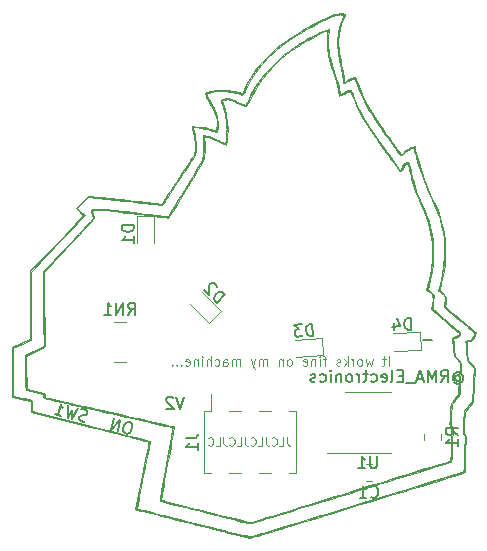
<source format=gbr>
G04 #@! TF.GenerationSoftware,KiCad,Pcbnew,5.1.5*
G04 #@! TF.CreationDate,2020-02-27T23:00:44-06:00*
G04 #@! TF.ProjectId,dumpsterFire,64756d70-7374-4657-9246-6972652e6b69,rev?*
G04 #@! TF.SameCoordinates,Original*
G04 #@! TF.FileFunction,Legend,Bot*
G04 #@! TF.FilePolarity,Positive*
%FSLAX46Y46*%
G04 Gerber Fmt 4.6, Leading zero omitted, Abs format (unit mm)*
G04 Created by KiCad (PCBNEW 5.1.5) date 2020-02-27 23:00:44*
%MOMM*%
%LPD*%
G04 APERTURE LIST*
%ADD10C,0.150000*%
%ADD11C,0.100000*%
%ADD12C,0.010000*%
%ADD13C,0.120000*%
G04 APERTURE END LIST*
D10*
X162483213Y-105758090D02*
X161721772Y-105784680D01*
X164459523Y-108826190D02*
X164507142Y-108778571D01*
X164602380Y-108730952D01*
X164697619Y-108730952D01*
X164792857Y-108778571D01*
X164840476Y-108826190D01*
X164888095Y-108921428D01*
X164888095Y-109016666D01*
X164840476Y-109111904D01*
X164792857Y-109159523D01*
X164697619Y-109207142D01*
X164602380Y-109207142D01*
X164507142Y-109159523D01*
X164459523Y-109111904D01*
X164459523Y-108730952D02*
X164459523Y-109111904D01*
X164411904Y-109159523D01*
X164364285Y-109159523D01*
X164269047Y-109111904D01*
X164221428Y-109016666D01*
X164221428Y-108778571D01*
X164316666Y-108635714D01*
X164459523Y-108540476D01*
X164650000Y-108492857D01*
X164840476Y-108540476D01*
X164983333Y-108635714D01*
X165078571Y-108778571D01*
X165126190Y-108969047D01*
X165078571Y-109159523D01*
X164983333Y-109302380D01*
X164840476Y-109397619D01*
X164650000Y-109445238D01*
X164459523Y-109397619D01*
X164316666Y-109302380D01*
X163221428Y-109302380D02*
X163554761Y-108826190D01*
X163792857Y-109302380D02*
X163792857Y-108302380D01*
X163411904Y-108302380D01*
X163316666Y-108350000D01*
X163269047Y-108397619D01*
X163221428Y-108492857D01*
X163221428Y-108635714D01*
X163269047Y-108730952D01*
X163316666Y-108778571D01*
X163411904Y-108826190D01*
X163792857Y-108826190D01*
X162792857Y-109302380D02*
X162792857Y-108302380D01*
X162459523Y-109016666D01*
X162126190Y-108302380D01*
X162126190Y-109302380D01*
X161697619Y-109016666D02*
X161221428Y-109016666D01*
X161792857Y-109302380D02*
X161459523Y-108302380D01*
X161126190Y-109302380D01*
X161030952Y-109397619D02*
X160269047Y-109397619D01*
X160030952Y-108778571D02*
X159697619Y-108778571D01*
X159554761Y-109302380D02*
X160030952Y-109302380D01*
X160030952Y-108302380D01*
X159554761Y-108302380D01*
X158983333Y-109302380D02*
X159078571Y-109254761D01*
X159126190Y-109159523D01*
X159126190Y-108302380D01*
X158221428Y-109254761D02*
X158316666Y-109302380D01*
X158507142Y-109302380D01*
X158602380Y-109254761D01*
X158650000Y-109159523D01*
X158650000Y-108778571D01*
X158602380Y-108683333D01*
X158507142Y-108635714D01*
X158316666Y-108635714D01*
X158221428Y-108683333D01*
X158173809Y-108778571D01*
X158173809Y-108873809D01*
X158650000Y-108969047D01*
X157316666Y-109254761D02*
X157411904Y-109302380D01*
X157602380Y-109302380D01*
X157697619Y-109254761D01*
X157745238Y-109207142D01*
X157792857Y-109111904D01*
X157792857Y-108826190D01*
X157745238Y-108730952D01*
X157697619Y-108683333D01*
X157602380Y-108635714D01*
X157411904Y-108635714D01*
X157316666Y-108683333D01*
X157030952Y-108635714D02*
X156650000Y-108635714D01*
X156888095Y-108302380D02*
X156888095Y-109159523D01*
X156840476Y-109254761D01*
X156745238Y-109302380D01*
X156650000Y-109302380D01*
X156316666Y-109302380D02*
X156316666Y-108635714D01*
X156316666Y-108826190D02*
X156269047Y-108730952D01*
X156221428Y-108683333D01*
X156126190Y-108635714D01*
X156030952Y-108635714D01*
X155554761Y-109302380D02*
X155650000Y-109254761D01*
X155697619Y-109207142D01*
X155745238Y-109111904D01*
X155745238Y-108826190D01*
X155697619Y-108730952D01*
X155650000Y-108683333D01*
X155554761Y-108635714D01*
X155411904Y-108635714D01*
X155316666Y-108683333D01*
X155269047Y-108730952D01*
X155221428Y-108826190D01*
X155221428Y-109111904D01*
X155269047Y-109207142D01*
X155316666Y-109254761D01*
X155411904Y-109302380D01*
X155554761Y-109302380D01*
X154792857Y-108635714D02*
X154792857Y-109302380D01*
X154792857Y-108730952D02*
X154745238Y-108683333D01*
X154650000Y-108635714D01*
X154507142Y-108635714D01*
X154411904Y-108683333D01*
X154364285Y-108778571D01*
X154364285Y-109302380D01*
X153888095Y-109302380D02*
X153888095Y-108635714D01*
X153888095Y-108302380D02*
X153935714Y-108350000D01*
X153888095Y-108397619D01*
X153840476Y-108350000D01*
X153888095Y-108302380D01*
X153888095Y-108397619D01*
X152983333Y-109254761D02*
X153078571Y-109302380D01*
X153269047Y-109302380D01*
X153364285Y-109254761D01*
X153411904Y-109207142D01*
X153459523Y-109111904D01*
X153459523Y-108826190D01*
X153411904Y-108730952D01*
X153364285Y-108683333D01*
X153269047Y-108635714D01*
X153078571Y-108635714D01*
X152983333Y-108683333D01*
X152602380Y-109254761D02*
X152507142Y-109302380D01*
X152316666Y-109302380D01*
X152221428Y-109254761D01*
X152173809Y-109159523D01*
X152173809Y-109111904D01*
X152221428Y-109016666D01*
X152316666Y-108969047D01*
X152459523Y-108969047D01*
X152554761Y-108921428D01*
X152602380Y-108826190D01*
X152602380Y-108778571D01*
X152554761Y-108683333D01*
X152459523Y-108635714D01*
X152316666Y-108635714D01*
X152221428Y-108683333D01*
X136933140Y-112718408D02*
X136748322Y-112672328D01*
X136644392Y-112695492D01*
X136528943Y-112764861D01*
X136436658Y-112938159D01*
X136356018Y-113261591D01*
X136356142Y-113457930D01*
X136425511Y-113573379D01*
X136506400Y-113642624D01*
X136691218Y-113688704D01*
X136795147Y-113665540D01*
X136910596Y-113596171D01*
X137002881Y-113422873D01*
X137083522Y-113099441D01*
X137083398Y-112903102D01*
X137014029Y-112787653D01*
X136933140Y-112718408D01*
X135859536Y-113481342D02*
X136101458Y-112511047D01*
X135305081Y-113343101D01*
X135547003Y-112372806D01*
D11*
X158830952Y-107911904D02*
X158830952Y-107111904D01*
X158564285Y-107378571D02*
X158259523Y-107378571D01*
X158450000Y-107111904D02*
X158450000Y-107797619D01*
X158411904Y-107873809D01*
X158335714Y-107911904D01*
X158259523Y-107911904D01*
X157459523Y-107378571D02*
X157307142Y-107911904D01*
X157154761Y-107530952D01*
X157002380Y-107911904D01*
X156850000Y-107378571D01*
X156430952Y-107911904D02*
X156507142Y-107873809D01*
X156545238Y-107835714D01*
X156583333Y-107759523D01*
X156583333Y-107530952D01*
X156545238Y-107454761D01*
X156507142Y-107416666D01*
X156430952Y-107378571D01*
X156316666Y-107378571D01*
X156240476Y-107416666D01*
X156202380Y-107454761D01*
X156164285Y-107530952D01*
X156164285Y-107759523D01*
X156202380Y-107835714D01*
X156240476Y-107873809D01*
X156316666Y-107911904D01*
X156430952Y-107911904D01*
X155821428Y-107911904D02*
X155821428Y-107378571D01*
X155821428Y-107530952D02*
X155783333Y-107454761D01*
X155745238Y-107416666D01*
X155669047Y-107378571D01*
X155592857Y-107378571D01*
X155326190Y-107911904D02*
X155326190Y-107111904D01*
X155250000Y-107607142D02*
X155021428Y-107911904D01*
X155021428Y-107378571D02*
X155326190Y-107683333D01*
X154716666Y-107873809D02*
X154640476Y-107911904D01*
X154488095Y-107911904D01*
X154411904Y-107873809D01*
X154373809Y-107797619D01*
X154373809Y-107759523D01*
X154411904Y-107683333D01*
X154488095Y-107645238D01*
X154602380Y-107645238D01*
X154678571Y-107607142D01*
X154716666Y-107530952D01*
X154716666Y-107492857D01*
X154678571Y-107416666D01*
X154602380Y-107378571D01*
X154488095Y-107378571D01*
X154411904Y-107416666D01*
X153535714Y-107378571D02*
X153230952Y-107378571D01*
X153421428Y-107911904D02*
X153421428Y-107226190D01*
X153383333Y-107150000D01*
X153307142Y-107111904D01*
X153230952Y-107111904D01*
X152964285Y-107911904D02*
X152964285Y-107378571D01*
X152964285Y-107111904D02*
X153002380Y-107150000D01*
X152964285Y-107188095D01*
X152926190Y-107150000D01*
X152964285Y-107111904D01*
X152964285Y-107188095D01*
X152583333Y-107378571D02*
X152583333Y-107911904D01*
X152583333Y-107454761D02*
X152545238Y-107416666D01*
X152469047Y-107378571D01*
X152354761Y-107378571D01*
X152278571Y-107416666D01*
X152240476Y-107492857D01*
X152240476Y-107911904D01*
X151554761Y-107873809D02*
X151630952Y-107911904D01*
X151783333Y-107911904D01*
X151859523Y-107873809D01*
X151897619Y-107797619D01*
X151897619Y-107492857D01*
X151859523Y-107416666D01*
X151783333Y-107378571D01*
X151630952Y-107378571D01*
X151554761Y-107416666D01*
X151516666Y-107492857D01*
X151516666Y-107569047D01*
X151897619Y-107645238D01*
X150450000Y-107911904D02*
X150526190Y-107873809D01*
X150564285Y-107835714D01*
X150602380Y-107759523D01*
X150602380Y-107530952D01*
X150564285Y-107454761D01*
X150526190Y-107416666D01*
X150450000Y-107378571D01*
X150335714Y-107378571D01*
X150259523Y-107416666D01*
X150221428Y-107454761D01*
X150183333Y-107530952D01*
X150183333Y-107759523D01*
X150221428Y-107835714D01*
X150259523Y-107873809D01*
X150335714Y-107911904D01*
X150450000Y-107911904D01*
X149840476Y-107378571D02*
X149840476Y-107911904D01*
X149840476Y-107454761D02*
X149802380Y-107416666D01*
X149726190Y-107378571D01*
X149611904Y-107378571D01*
X149535714Y-107416666D01*
X149497619Y-107492857D01*
X149497619Y-107911904D01*
X148507142Y-107911904D02*
X148507142Y-107378571D01*
X148507142Y-107454761D02*
X148469047Y-107416666D01*
X148392857Y-107378571D01*
X148278571Y-107378571D01*
X148202380Y-107416666D01*
X148164285Y-107492857D01*
X148164285Y-107911904D01*
X148164285Y-107492857D02*
X148126190Y-107416666D01*
X148050000Y-107378571D01*
X147935714Y-107378571D01*
X147859523Y-107416666D01*
X147821428Y-107492857D01*
X147821428Y-107911904D01*
X147516666Y-107378571D02*
X147326190Y-107911904D01*
X147135714Y-107378571D02*
X147326190Y-107911904D01*
X147402380Y-108102380D01*
X147440476Y-108140476D01*
X147516666Y-108178571D01*
X146221428Y-107911904D02*
X146221428Y-107378571D01*
X146221428Y-107454761D02*
X146183333Y-107416666D01*
X146107142Y-107378571D01*
X145992857Y-107378571D01*
X145916666Y-107416666D01*
X145878571Y-107492857D01*
X145878571Y-107911904D01*
X145878571Y-107492857D02*
X145840476Y-107416666D01*
X145764285Y-107378571D01*
X145650000Y-107378571D01*
X145573809Y-107416666D01*
X145535714Y-107492857D01*
X145535714Y-107911904D01*
X144811904Y-107911904D02*
X144811904Y-107492857D01*
X144850000Y-107416666D01*
X144926190Y-107378571D01*
X145078571Y-107378571D01*
X145154761Y-107416666D01*
X144811904Y-107873809D02*
X144888095Y-107911904D01*
X145078571Y-107911904D01*
X145154761Y-107873809D01*
X145192857Y-107797619D01*
X145192857Y-107721428D01*
X145154761Y-107645238D01*
X145078571Y-107607142D01*
X144888095Y-107607142D01*
X144811904Y-107569047D01*
X144088095Y-107873809D02*
X144164285Y-107911904D01*
X144316666Y-107911904D01*
X144392857Y-107873809D01*
X144430952Y-107835714D01*
X144469047Y-107759523D01*
X144469047Y-107530952D01*
X144430952Y-107454761D01*
X144392857Y-107416666D01*
X144316666Y-107378571D01*
X144164285Y-107378571D01*
X144088095Y-107416666D01*
X143745238Y-107911904D02*
X143745238Y-107111904D01*
X143402380Y-107911904D02*
X143402380Y-107492857D01*
X143440476Y-107416666D01*
X143516666Y-107378571D01*
X143630952Y-107378571D01*
X143707142Y-107416666D01*
X143745238Y-107454761D01*
X143021428Y-107911904D02*
X143021428Y-107378571D01*
X143021428Y-107111904D02*
X143059523Y-107150000D01*
X143021428Y-107188095D01*
X142983333Y-107150000D01*
X143021428Y-107111904D01*
X143021428Y-107188095D01*
X142640476Y-107378571D02*
X142640476Y-107911904D01*
X142640476Y-107454761D02*
X142602380Y-107416666D01*
X142526190Y-107378571D01*
X142411904Y-107378571D01*
X142335714Y-107416666D01*
X142297619Y-107492857D01*
X142297619Y-107911904D01*
X141611904Y-107873809D02*
X141688095Y-107911904D01*
X141840476Y-107911904D01*
X141916666Y-107873809D01*
X141954761Y-107797619D01*
X141954761Y-107492857D01*
X141916666Y-107416666D01*
X141840476Y-107378571D01*
X141688095Y-107378571D01*
X141611904Y-107416666D01*
X141573809Y-107492857D01*
X141573809Y-107569047D01*
X141954761Y-107645238D01*
X141230952Y-107835714D02*
X141192857Y-107873809D01*
X141230952Y-107911904D01*
X141269047Y-107873809D01*
X141230952Y-107835714D01*
X141230952Y-107911904D01*
X140850000Y-107835714D02*
X140811904Y-107873809D01*
X140850000Y-107911904D01*
X140888095Y-107873809D01*
X140850000Y-107835714D01*
X140850000Y-107911904D01*
X140469047Y-107835714D02*
X140430952Y-107873809D01*
X140469047Y-107911904D01*
X140507142Y-107873809D01*
X140469047Y-107835714D01*
X140469047Y-107911904D01*
D10*
X141509523Y-110552380D02*
X141176190Y-111552380D01*
X140842857Y-110552380D01*
X140557142Y-110647619D02*
X140509523Y-110600000D01*
X140414285Y-110552380D01*
X140176190Y-110552380D01*
X140080952Y-110600000D01*
X140033333Y-110647619D01*
X139985714Y-110742857D01*
X139985714Y-110838095D01*
X140033333Y-110980952D01*
X140604761Y-111552380D01*
X139985714Y-111552380D01*
D11*
X150223333Y-113996666D02*
X150223333Y-114496666D01*
X150256666Y-114596666D01*
X150323333Y-114663333D01*
X150423333Y-114696666D01*
X150490000Y-114696666D01*
X149556666Y-114696666D02*
X149890000Y-114696666D01*
X149890000Y-113996666D01*
X148923333Y-114630000D02*
X148956666Y-114663333D01*
X149056666Y-114696666D01*
X149123333Y-114696666D01*
X149223333Y-114663333D01*
X149290000Y-114596666D01*
X149323333Y-114530000D01*
X149356666Y-114396666D01*
X149356666Y-114296666D01*
X149323333Y-114163333D01*
X149290000Y-114096666D01*
X149223333Y-114030000D01*
X149123333Y-113996666D01*
X149056666Y-113996666D01*
X148956666Y-114030000D01*
X148923333Y-114063333D01*
X148423333Y-113996666D02*
X148423333Y-114496666D01*
X148456666Y-114596666D01*
X148523333Y-114663333D01*
X148623333Y-114696666D01*
X148690000Y-114696666D01*
X147756666Y-114696666D02*
X148090000Y-114696666D01*
X148090000Y-113996666D01*
X147123333Y-114630000D02*
X147156666Y-114663333D01*
X147256666Y-114696666D01*
X147323333Y-114696666D01*
X147423333Y-114663333D01*
X147490000Y-114596666D01*
X147523333Y-114530000D01*
X147556666Y-114396666D01*
X147556666Y-114296666D01*
X147523333Y-114163333D01*
X147490000Y-114096666D01*
X147423333Y-114030000D01*
X147323333Y-113996666D01*
X147256666Y-113996666D01*
X147156666Y-114030000D01*
X147123333Y-114063333D01*
X146623333Y-113996666D02*
X146623333Y-114496666D01*
X146656666Y-114596666D01*
X146723333Y-114663333D01*
X146823333Y-114696666D01*
X146890000Y-114696666D01*
X145956666Y-114696666D02*
X146290000Y-114696666D01*
X146290000Y-113996666D01*
X145323333Y-114630000D02*
X145356666Y-114663333D01*
X145456666Y-114696666D01*
X145523333Y-114696666D01*
X145623333Y-114663333D01*
X145690000Y-114596666D01*
X145723333Y-114530000D01*
X145756666Y-114396666D01*
X145756666Y-114296666D01*
X145723333Y-114163333D01*
X145690000Y-114096666D01*
X145623333Y-114030000D01*
X145523333Y-113996666D01*
X145456666Y-113996666D01*
X145356666Y-114030000D01*
X145323333Y-114063333D01*
X144823333Y-113996666D02*
X144823333Y-114496666D01*
X144856666Y-114596666D01*
X144923333Y-114663333D01*
X145023333Y-114696666D01*
X145090000Y-114696666D01*
X144156666Y-114696666D02*
X144490000Y-114696666D01*
X144490000Y-113996666D01*
X143523333Y-114630000D02*
X143556666Y-114663333D01*
X143656666Y-114696666D01*
X143723333Y-114696666D01*
X143823333Y-114663333D01*
X143890000Y-114596666D01*
X143923333Y-114530000D01*
X143956666Y-114396666D01*
X143956666Y-114296666D01*
X143923333Y-114163333D01*
X143890000Y-114096666D01*
X143823333Y-114030000D01*
X143723333Y-113996666D01*
X143656666Y-113996666D01*
X143556666Y-114030000D01*
X143523333Y-114063333D01*
D12*
G36*
X153755491Y-79457080D02*
G01*
X153763901Y-79486860D01*
X153757625Y-79506391D01*
X153742330Y-79575790D01*
X153721975Y-79708729D01*
X153699501Y-79884459D01*
X153682593Y-80035958D01*
X153659328Y-80341853D01*
X153656295Y-80642270D01*
X153675487Y-80948678D01*
X153718895Y-81272548D01*
X153788514Y-81625350D01*
X153886335Y-82018553D01*
X154014353Y-82463629D01*
X154174559Y-82972048D01*
X154213267Y-83090334D01*
X154371216Y-83584068D01*
X154494738Y-84000632D01*
X154583876Y-84340187D01*
X154638672Y-84602897D01*
X154659169Y-84788923D01*
X154659334Y-84803049D01*
X154661900Y-84871759D01*
X154681002Y-84901116D01*
X154733738Y-84891500D01*
X154837212Y-84843295D01*
X154905966Y-84808567D01*
X155063276Y-84737426D01*
X155232785Y-84674321D01*
X155394308Y-84625082D01*
X155527661Y-84595540D01*
X155612657Y-84591525D01*
X155629680Y-84599516D01*
X155655892Y-84653739D01*
X155699977Y-84768079D01*
X155754186Y-84921956D01*
X155778738Y-84995334D01*
X155904811Y-85349238D01*
X156053255Y-85709970D01*
X156227706Y-86083634D01*
X156431802Y-86476330D01*
X156669178Y-86894162D01*
X156943473Y-87343232D01*
X157258323Y-87829643D01*
X157617366Y-88359496D01*
X158024237Y-88938895D01*
X158482575Y-89573941D01*
X158617161Y-89757834D01*
X158811845Y-90023785D01*
X159002832Y-90285884D01*
X159180494Y-90530828D01*
X159335202Y-90745311D01*
X159457325Y-90916030D01*
X159527246Y-91015249D01*
X159628707Y-91154109D01*
X159714674Y-91258682D01*
X159772938Y-91314761D01*
X159788864Y-91319719D01*
X159824445Y-91272391D01*
X159881068Y-91171677D01*
X159933140Y-91067054D01*
X160037496Y-90890519D01*
X160163939Y-90777349D01*
X160338082Y-90706317D01*
X160382037Y-90695024D01*
X160422984Y-90683542D01*
X160454249Y-90678436D01*
X160479772Y-90689871D01*
X160503493Y-90728014D01*
X160529350Y-90803030D01*
X160561284Y-90925086D01*
X160603234Y-91104349D01*
X160659139Y-91350984D01*
X160691455Y-91493500D01*
X160806814Y-91983997D01*
X160917050Y-92411387D01*
X161029169Y-92796356D01*
X161150179Y-93159592D01*
X161287088Y-93521780D01*
X161446905Y-93903606D01*
X161636636Y-94325758D01*
X161689841Y-94440615D01*
X161964286Y-95067884D01*
X162181990Y-95655517D01*
X162347030Y-96222780D01*
X162463485Y-96788938D01*
X162535433Y-97373257D01*
X162566953Y-97995002D01*
X162564843Y-98573973D01*
X162529754Y-99273947D01*
X162457643Y-99923423D01*
X162344730Y-100549769D01*
X162222423Y-101052803D01*
X162121880Y-101425773D01*
X162628310Y-101932203D01*
X162602287Y-102427852D01*
X162590975Y-102635309D01*
X162580078Y-102821204D01*
X162570924Y-102963638D01*
X162565382Y-103035500D01*
X162568542Y-103071131D01*
X162588654Y-103114762D01*
X162631867Y-103172326D01*
X162704334Y-103249756D01*
X162812203Y-103352983D01*
X162961626Y-103487939D01*
X163158753Y-103660558D01*
X163409736Y-103876770D01*
X163655167Y-104086596D01*
X163975017Y-104359057D01*
X164236462Y-104581578D01*
X164444882Y-104759895D01*
X164605657Y-104899748D01*
X164724165Y-105006874D01*
X164805786Y-105087010D01*
X164855899Y-105145894D01*
X164879885Y-105189265D01*
X164883121Y-105222860D01*
X164870988Y-105252416D01*
X164848865Y-105283672D01*
X164822132Y-105322365D01*
X164818852Y-105327809D01*
X164757854Y-105420422D01*
X164693434Y-105477960D01*
X164599844Y-105515074D01*
X164451333Y-105546411D01*
X164426937Y-105550774D01*
X164267374Y-105579061D01*
X164289093Y-105775281D01*
X164301021Y-105893919D01*
X164317556Y-106072917D01*
X164336534Y-106288238D01*
X164355791Y-106515847D01*
X164356249Y-106521389D01*
X164401686Y-107071278D01*
X164674010Y-107353356D01*
X164793562Y-107483099D01*
X164886231Y-107594922D01*
X164938665Y-107672152D01*
X164945623Y-107692467D01*
X164943288Y-107748222D01*
X164937053Y-107877140D01*
X164927494Y-108067836D01*
X164915188Y-108308927D01*
X164900712Y-108589027D01*
X164884644Y-108896752D01*
X164882645Y-108934834D01*
X164866326Y-109249642D01*
X164851567Y-109542308D01*
X164838956Y-109800543D01*
X164829080Y-110012057D01*
X164822526Y-110164563D01*
X164819881Y-110245771D01*
X164819856Y-110248750D01*
X164805122Y-110324570D01*
X164756391Y-110421879D01*
X164666032Y-110552735D01*
X164526412Y-110729194D01*
X164480658Y-110784561D01*
X164141983Y-111191790D01*
X164093843Y-112062650D01*
X164045703Y-112933511D01*
X164138476Y-113008634D01*
X164231248Y-113083756D01*
X164183157Y-114544128D01*
X164171078Y-114887670D01*
X164158484Y-115204102D01*
X164145880Y-115483523D01*
X164133775Y-115716035D01*
X164122677Y-115891739D01*
X164113092Y-116000736D01*
X164106783Y-116033332D01*
X164062319Y-116050230D01*
X163941427Y-116090359D01*
X163748681Y-116152317D01*
X163488657Y-116234701D01*
X163165929Y-116336110D01*
X162785075Y-116455141D01*
X162350668Y-116590392D01*
X161867284Y-116740462D01*
X161339499Y-116903947D01*
X160771888Y-117079447D01*
X160169025Y-117265558D01*
X159535487Y-117460879D01*
X158875849Y-117664008D01*
X158194686Y-117873542D01*
X157496573Y-118088080D01*
X156786086Y-118306220D01*
X156067799Y-118526558D01*
X155346289Y-118747694D01*
X154626131Y-118968226D01*
X153911900Y-119186750D01*
X153208171Y-119401866D01*
X152519519Y-119612170D01*
X151850521Y-119816261D01*
X151205751Y-120012737D01*
X150589784Y-120200196D01*
X150007197Y-120377235D01*
X149462563Y-120542453D01*
X148960459Y-120694447D01*
X148505460Y-120831815D01*
X148102141Y-120953156D01*
X147755078Y-121057067D01*
X147468845Y-121142146D01*
X147248019Y-121206991D01*
X147097174Y-121250200D01*
X147020886Y-121270370D01*
X147012718Y-121271730D01*
X146954503Y-121260983D01*
X146820295Y-121230715D01*
X146616121Y-121182415D01*
X146348006Y-121117575D01*
X146021977Y-121037684D01*
X145644059Y-120944233D01*
X145220278Y-120838711D01*
X144756660Y-120722609D01*
X144259231Y-120597416D01*
X143734017Y-120464624D01*
X143187043Y-120325722D01*
X143179713Y-120323857D01*
X142634589Y-120185060D01*
X142112734Y-120052077D01*
X141620003Y-119926407D01*
X141162254Y-119809547D01*
X140745344Y-119702998D01*
X140375128Y-119608257D01*
X140057465Y-119526824D01*
X139798209Y-119460198D01*
X139603219Y-119409876D01*
X139478350Y-119377359D01*
X139429459Y-119364145D01*
X139429179Y-119364043D01*
X139430336Y-119321009D01*
X139445968Y-119201268D01*
X139474962Y-119011336D01*
X139516205Y-118757726D01*
X139568585Y-118446951D01*
X139630991Y-118085526D01*
X139702310Y-117679965D01*
X139781429Y-117236781D01*
X139867236Y-116762488D01*
X139958308Y-116265287D01*
X140049895Y-115766121D01*
X140136240Y-115291343D01*
X140216199Y-114847498D01*
X140288631Y-114441129D01*
X140352392Y-114078781D01*
X140406340Y-113766996D01*
X140449332Y-113512319D01*
X140480226Y-113321293D01*
X140497879Y-113200463D01*
X140501180Y-113156402D01*
X140457541Y-113144159D01*
X140336159Y-113114464D01*
X140141898Y-113068433D01*
X139879622Y-113007180D01*
X139554193Y-112931820D01*
X139170476Y-112843468D01*
X138733334Y-112743237D01*
X138247630Y-112632242D01*
X137718228Y-112511599D01*
X137149991Y-112382421D01*
X136547784Y-112245823D01*
X135916469Y-112102920D01*
X135260909Y-111954826D01*
X135069485Y-111911637D01*
X134407552Y-111762300D01*
X133768230Y-111617994D01*
X133156402Y-111479827D01*
X132576952Y-111348902D01*
X132034764Y-111226328D01*
X131534723Y-111113208D01*
X131081711Y-111010649D01*
X130680613Y-110919757D01*
X130336313Y-110841638D01*
X130053694Y-110777397D01*
X129837641Y-110728140D01*
X129693036Y-110694973D01*
X129624765Y-110679002D01*
X129619981Y-110677758D01*
X129592425Y-110630350D01*
X129577634Y-110530548D01*
X129576834Y-110498735D01*
X129576834Y-110334163D01*
X128095198Y-109984525D01*
X128065872Y-109819513D01*
X128058559Y-109736814D01*
X128051829Y-109581281D01*
X128045925Y-109364747D01*
X128041087Y-109099044D01*
X128037558Y-108796005D01*
X128035578Y-108467462D01*
X128035264Y-108321000D01*
X128034059Y-107067330D01*
X128116334Y-107067330D01*
X128121617Y-107725915D01*
X128125204Y-108008100D01*
X128131509Y-108340488D01*
X128139764Y-108688687D01*
X128149197Y-109018303D01*
X128153367Y-109144112D01*
X128179834Y-109903723D01*
X129661500Y-110247167D01*
X129674378Y-110424224D01*
X129689255Y-110538562D01*
X129725235Y-110596214D01*
X129802509Y-110625153D01*
X129822545Y-110629510D01*
X129943621Y-110655490D01*
X130135332Y-110697572D01*
X130391779Y-110754420D01*
X130707065Y-110824699D01*
X131075292Y-110907074D01*
X131490563Y-111000209D01*
X131946980Y-111102770D01*
X132438645Y-111213422D01*
X132959661Y-111330828D01*
X133504130Y-111453654D01*
X134066153Y-111580565D01*
X134639835Y-111710225D01*
X135219276Y-111841299D01*
X135798579Y-111972453D01*
X136371847Y-112102350D01*
X136933182Y-112229655D01*
X137476686Y-112353034D01*
X137996462Y-112471151D01*
X138486611Y-112582671D01*
X138941237Y-112686259D01*
X139354441Y-112780579D01*
X139720326Y-112864296D01*
X140032994Y-112936076D01*
X140286547Y-112994582D01*
X140475089Y-113038480D01*
X140592720Y-113066435D01*
X140633524Y-113077079D01*
X140628035Y-113119654D01*
X140608277Y-113238969D01*
X140575418Y-113428518D01*
X140530629Y-113681795D01*
X140475078Y-113992292D01*
X140409934Y-114353502D01*
X140336367Y-114758920D01*
X140255545Y-115202039D01*
X140168638Y-115676351D01*
X140076846Y-116175179D01*
X139985068Y-116674283D01*
X139898310Y-117148793D01*
X139817734Y-117592193D01*
X139744500Y-117997964D01*
X139679770Y-118359589D01*
X139624703Y-118670551D01*
X139580461Y-118924331D01*
X139548206Y-119114412D01*
X139529097Y-119234276D01*
X139524291Y-119277403D01*
X139570590Y-119293564D01*
X139692042Y-119328138D01*
X139881576Y-119379354D01*
X140132118Y-119445440D01*
X140436596Y-119524624D01*
X140787939Y-119615134D01*
X141179074Y-119715201D01*
X141602929Y-119823052D01*
X142052431Y-119936915D01*
X142520509Y-120055020D01*
X143000090Y-120175594D01*
X143484101Y-120296867D01*
X143965471Y-120417067D01*
X144437128Y-120534422D01*
X144891998Y-120647162D01*
X145323011Y-120753514D01*
X145723093Y-120851707D01*
X146085172Y-120939970D01*
X146402176Y-121016532D01*
X146667033Y-121079620D01*
X146872671Y-121127464D01*
X147012017Y-121158292D01*
X147078000Y-121170333D01*
X147081667Y-121170349D01*
X147131929Y-121156350D01*
X147259280Y-121118585D01*
X147459900Y-121058222D01*
X147729966Y-120976432D01*
X148065658Y-120874383D01*
X148463152Y-120753246D01*
X148918628Y-120614190D01*
X149428264Y-120458384D01*
X149988239Y-120286998D01*
X150594731Y-120101201D01*
X151243917Y-119902163D01*
X151931978Y-119691053D01*
X152655090Y-119469041D01*
X153409434Y-119237296D01*
X154191185Y-118996988D01*
X154996525Y-118749285D01*
X155589983Y-118566663D01*
X156408866Y-118314516D01*
X157206242Y-118068788D01*
X157978333Y-117830652D01*
X158721363Y-117601280D01*
X159431556Y-117381844D01*
X160105136Y-117173515D01*
X160738327Y-116977466D01*
X161327351Y-116794869D01*
X161868433Y-116626897D01*
X162357797Y-116474720D01*
X162791666Y-116339512D01*
X163166263Y-116222444D01*
X163477814Y-116124688D01*
X163722540Y-116047417D01*
X163896667Y-115991802D01*
X163996417Y-115959016D01*
X164020119Y-115950151D01*
X164027827Y-115902008D01*
X164036941Y-115779368D01*
X164047004Y-115592382D01*
X164057557Y-115351199D01*
X164068142Y-115065970D01*
X164078301Y-114746844D01*
X164084544Y-114522834D01*
X164094458Y-114142499D01*
X164101812Y-113837781D01*
X164106278Y-113599657D01*
X164107528Y-113419108D01*
X164105235Y-113287112D01*
X164099071Y-113194648D01*
X164088708Y-113132695D01*
X164073819Y-113092232D01*
X164054076Y-113064237D01*
X164030731Y-113041167D01*
X164000788Y-113011135D01*
X163978978Y-112977154D01*
X163964824Y-112927580D01*
X163957847Y-112850773D01*
X163957569Y-112735090D01*
X163963511Y-112568888D01*
X163975196Y-112340526D01*
X163990632Y-112065066D01*
X164011535Y-111729171D01*
X164032069Y-111470922D01*
X164053035Y-111283308D01*
X164075232Y-111159316D01*
X164099462Y-111091933D01*
X164102142Y-111087877D01*
X164155138Y-111019329D01*
X164247756Y-110905104D01*
X164364682Y-110763950D01*
X164438334Y-110676266D01*
X164713500Y-110350409D01*
X164777000Y-109018457D01*
X164840500Y-107686504D01*
X164569218Y-107386386D01*
X164297935Y-107086268D01*
X164243225Y-106444217D01*
X164216982Y-106138104D01*
X164198303Y-105905871D01*
X164188666Y-105736951D01*
X164189548Y-105620774D01*
X164202426Y-105546774D01*
X164228778Y-105504384D01*
X164270082Y-105483034D01*
X164327815Y-105472159D01*
X164380149Y-105464916D01*
X164516508Y-105425813D01*
X164643490Y-105359002D01*
X164737439Y-105280321D01*
X164774698Y-105205609D01*
X164774565Y-105200841D01*
X164742853Y-105166643D01*
X164653664Y-105084124D01*
X164514198Y-104959604D01*
X164331655Y-104799402D01*
X164113235Y-104609835D01*
X163866138Y-104397223D01*
X163597563Y-104167884D01*
X163596326Y-104166831D01*
X162420524Y-103166496D01*
X162475248Y-102854498D01*
X162504195Y-102650358D01*
X162524663Y-102431896D01*
X162531653Y-102271329D01*
X162510257Y-102048121D01*
X162435379Y-101868531D01*
X162295667Y-101712560D01*
X162155030Y-101607926D01*
X161995243Y-101502184D01*
X162075066Y-101218009D01*
X162147678Y-100933229D01*
X162222648Y-100593611D01*
X162294948Y-100226228D01*
X162359548Y-99858154D01*
X162411418Y-99516465D01*
X162445530Y-99228233D01*
X162446350Y-99219334D01*
X162488822Y-98342052D01*
X162453109Y-97495487D01*
X162338786Y-96676860D01*
X162145429Y-95883393D01*
X161872612Y-95112307D01*
X161787400Y-94912404D01*
X161611933Y-94514412D01*
X161467013Y-94183760D01*
X161348568Y-93910520D01*
X161252527Y-93684765D01*
X161174819Y-93496569D01*
X161111373Y-93336005D01*
X161058117Y-93193146D01*
X161010980Y-93058065D01*
X160965891Y-92920835D01*
X160949483Y-92869334D01*
X160887241Y-92661269D01*
X160813413Y-92396322D01*
X160734875Y-92100243D01*
X160658505Y-91798777D01*
X160610255Y-91599334D01*
X160545442Y-91327206D01*
X160495667Y-91126875D01*
X160457008Y-90987620D01*
X160425543Y-90898722D01*
X160397348Y-90849460D01*
X160368502Y-90829115D01*
X160335082Y-90826966D01*
X160327923Y-90827727D01*
X160199190Y-90876302D01*
X160086965Y-90994050D01*
X159984699Y-91186690D01*
X159907097Y-91331250D01*
X159825289Y-91425567D01*
X159750858Y-91460170D01*
X159695390Y-91425587D01*
X159694470Y-91423975D01*
X159654506Y-91363307D01*
X159565673Y-91236431D01*
X159429362Y-91045278D01*
X159246965Y-90791775D01*
X159019871Y-90477850D01*
X158749472Y-90105433D01*
X158437158Y-89676452D01*
X158181476Y-89325913D01*
X157712707Y-88673131D01*
X157299111Y-88073911D01*
X156936642Y-87521302D01*
X156621256Y-87008355D01*
X156348908Y-86528120D01*
X156115551Y-86073645D01*
X155917143Y-85637981D01*
X155749636Y-85214178D01*
X155689835Y-85044826D01*
X155569500Y-84692151D01*
X155421334Y-84714877D01*
X155314949Y-84744933D01*
X155162584Y-84804835D01*
X154992243Y-84883263D01*
X154941647Y-84908801D01*
X154791747Y-84985241D01*
X154672785Y-85044082D01*
X154602884Y-85076440D01*
X154592397Y-85080000D01*
X154580519Y-85042811D01*
X154574767Y-84951753D01*
X154574667Y-84936510D01*
X154559868Y-84739980D01*
X154514795Y-84484427D01*
X154438431Y-84165817D01*
X154329761Y-83780113D01*
X154187770Y-83323280D01*
X154104703Y-83069167D01*
X153965695Y-82643902D01*
X153853472Y-82284465D01*
X153765239Y-81977353D01*
X153698200Y-81709063D01*
X153649560Y-81466091D01*
X153616525Y-81234935D01*
X153596298Y-81002091D01*
X153586086Y-80754056D01*
X153583319Y-80550334D01*
X153584125Y-80307617D01*
X153588687Y-80080841D01*
X153596331Y-79889999D01*
X153606382Y-79755085D01*
X153611356Y-79718801D01*
X153642879Y-79543436D01*
X153471866Y-79581860D01*
X153373440Y-79616868D01*
X153213925Y-79688966D01*
X153004967Y-79791905D01*
X152758210Y-79919434D01*
X152485299Y-80065305D01*
X152197879Y-80223268D01*
X151907595Y-80387073D01*
X151626090Y-80550471D01*
X151365011Y-80707212D01*
X151297931Y-80748573D01*
X150473793Y-81303497D01*
X149714043Y-81904409D01*
X149021112Y-82548586D01*
X148397433Y-83233307D01*
X147845441Y-83955847D01*
X147367566Y-84713485D01*
X146966242Y-85503498D01*
X146886818Y-85685256D01*
X146842324Y-85792322D01*
X146804202Y-85870790D01*
X146761239Y-85920174D01*
X146702223Y-85939986D01*
X146615943Y-85929742D01*
X146491186Y-85888953D01*
X146316741Y-85817134D01*
X146081395Y-85713799D01*
X145922037Y-85643400D01*
X145685424Y-85539919D01*
X145509928Y-85466513D01*
X145379414Y-85418605D01*
X145277748Y-85391616D01*
X145188796Y-85380971D01*
X145096424Y-85382091D01*
X145020083Y-85387505D01*
X144876521Y-85402145D01*
X144769624Y-85418858D01*
X144725156Y-85432733D01*
X144727197Y-85480274D01*
X144750801Y-85590968D01*
X144791809Y-85747304D01*
X144835409Y-85896957D01*
X145019178Y-86603222D01*
X145132347Y-87275907D01*
X145174583Y-87911639D01*
X145145552Y-88507051D01*
X145115527Y-88723468D01*
X145082357Y-88908978D01*
X145050160Y-89063159D01*
X145023205Y-89166902D01*
X145009123Y-89199980D01*
X144960908Y-89195197D01*
X144853068Y-89157154D01*
X144700912Y-89092003D01*
X144519751Y-89005892D01*
X144494153Y-88993121D01*
X144109784Y-88808166D01*
X143789247Y-88671375D01*
X143528014Y-88580959D01*
X143340632Y-88537877D01*
X143176765Y-88512662D01*
X143203633Y-88680690D01*
X143256163Y-89180856D01*
X143251519Y-89653299D01*
X143233229Y-89831252D01*
X143193215Y-90086155D01*
X143141497Y-90314266D01*
X143071300Y-90531746D01*
X142975847Y-90754753D01*
X142848365Y-90999446D01*
X142682076Y-91281984D01*
X142509608Y-91557000D01*
X142380579Y-91761478D01*
X142216252Y-92025710D01*
X142024596Y-92336674D01*
X141813578Y-92681348D01*
X141591167Y-93046709D01*
X141365332Y-93419735D01*
X141144040Y-93787404D01*
X141105417Y-93851822D01*
X140879480Y-94228541D01*
X140692567Y-94538834D01*
X140540376Y-94789019D01*
X140418609Y-94985414D01*
X140322965Y-95134335D01*
X140249144Y-95242101D01*
X140192845Y-95315028D01*
X140149768Y-95359435D01*
X140115613Y-95381638D01*
X140086079Y-95387954D01*
X140061402Y-95385552D01*
X140000938Y-95377181D01*
X139863629Y-95359698D01*
X139656706Y-95333983D01*
X139387399Y-95300916D01*
X139062939Y-95261377D01*
X138690556Y-95216247D01*
X138277481Y-95166403D01*
X137830944Y-95112727D01*
X137358175Y-95056098D01*
X137119618Y-95027596D01*
X136558674Y-94960773D01*
X136075230Y-94903595D01*
X135662739Y-94855456D01*
X135314659Y-94815751D01*
X135024445Y-94783871D01*
X134785550Y-94759213D01*
X134591433Y-94741167D01*
X134435546Y-94729130D01*
X134311347Y-94722493D01*
X134212290Y-94720651D01*
X134131831Y-94722997D01*
X134063425Y-94728925D01*
X134000528Y-94737828D01*
X133997534Y-94738320D01*
X133852944Y-94768331D01*
X133748369Y-94801737D01*
X133705028Y-94831641D01*
X133704836Y-94833454D01*
X133715872Y-94899228D01*
X133743692Y-95018838D01*
X133781324Y-95164853D01*
X133821797Y-95309843D01*
X133846874Y-95392265D01*
X133844754Y-95417504D01*
X133824225Y-95459117D01*
X133781676Y-95521122D01*
X133713497Y-95607538D01*
X133616077Y-95722382D01*
X133485805Y-95869674D01*
X133319069Y-96053430D01*
X133112259Y-96277670D01*
X132861765Y-96546411D01*
X132563974Y-96863672D01*
X132215277Y-97233470D01*
X131812061Y-97659824D01*
X131754518Y-97720598D01*
X129633780Y-99960167D01*
X129660309Y-103029334D01*
X129664944Y-103534129D01*
X129669892Y-104016031D01*
X129675050Y-104468062D01*
X129680315Y-104883246D01*
X129685581Y-105254606D01*
X129690745Y-105575167D01*
X129695702Y-105837950D01*
X129700348Y-106035980D01*
X129704579Y-106162279D01*
X129707785Y-106208099D01*
X129711515Y-106246084D01*
X129700572Y-106280942D01*
X129665540Y-106318481D01*
X129597006Y-106364510D01*
X129485555Y-106424835D01*
X129321772Y-106505264D01*
X129096244Y-106611605D01*
X128922533Y-106692514D01*
X128116334Y-107067330D01*
X128034059Y-107067330D01*
X128033982Y-106987500D01*
X129606542Y-106267834D01*
X129580764Y-104214667D01*
X129574736Y-103755986D01*
X129568017Y-103282218D01*
X129560855Y-102808489D01*
X129553496Y-102349926D01*
X129546189Y-101921655D01*
X129539179Y-101538804D01*
X129532714Y-101216500D01*
X129529233Y-101059863D01*
X129503479Y-99958225D01*
X131482038Y-97863696D01*
X131820259Y-97505675D01*
X132144579Y-97162415D01*
X132449799Y-96839417D01*
X132730716Y-96542182D01*
X132982132Y-96276211D01*
X133198846Y-96047006D01*
X133375656Y-95860069D01*
X133507363Y-95720899D01*
X133588765Y-95635000D01*
X133609126Y-95613589D01*
X133757654Y-95458012D01*
X133667494Y-95123873D01*
X133625517Y-94963305D01*
X133593955Y-94833049D01*
X133578186Y-94755616D01*
X133577334Y-94746522D01*
X133616113Y-94720996D01*
X133719625Y-94689971D01*
X133868629Y-94658759D01*
X133935689Y-94647563D01*
X134007249Y-94636906D01*
X134076453Y-94628639D01*
X134149896Y-94623353D01*
X134234175Y-94621636D01*
X134335886Y-94624076D01*
X134461625Y-94631262D01*
X134617989Y-94643782D01*
X134811574Y-94662226D01*
X135048977Y-94687182D01*
X135336794Y-94719238D01*
X135681620Y-94758983D01*
X136090053Y-94807006D01*
X136568688Y-94863895D01*
X137124122Y-94930239D01*
X137184773Y-94937491D01*
X137670256Y-94995490D01*
X138130990Y-95050425D01*
X138560097Y-95101482D01*
X138950701Y-95147849D01*
X139295923Y-95188711D01*
X139588887Y-95223257D01*
X139822716Y-95250673D01*
X139990530Y-95270145D01*
X140085455Y-95280861D01*
X140104711Y-95282750D01*
X140132680Y-95247620D01*
X140198245Y-95148230D01*
X140296021Y-94993269D01*
X140420624Y-94791422D01*
X140566668Y-94551376D01*
X140728768Y-94281819D01*
X140820069Y-94128750D01*
X141035398Y-93768886D01*
X141279845Y-93363984D01*
X141538364Y-92938727D01*
X141795914Y-92517796D01*
X142037451Y-92125875D01*
X142205735Y-91855109D01*
X142433332Y-91489078D01*
X142619481Y-91183300D01*
X142768368Y-90926715D01*
X142884184Y-90708263D01*
X142971116Y-90516883D01*
X143033352Y-90341516D01*
X143075081Y-90171100D01*
X143100492Y-89994576D01*
X143113772Y-89800882D01*
X143119111Y-89578960D01*
X143120182Y-89440334D01*
X143119059Y-89197130D01*
X143113737Y-88969393D01*
X143104990Y-88777275D01*
X143093593Y-88640929D01*
X143088029Y-88604250D01*
X143052558Y-88424334D01*
X143199987Y-88424334D01*
X143392943Y-88448627D01*
X143645241Y-88519354D01*
X143947652Y-88633279D01*
X144290948Y-88787169D01*
X144429685Y-88855195D01*
X144616123Y-88946868D01*
X144773785Y-89021013D01*
X144888233Y-89071091D01*
X144945027Y-89090565D01*
X144948386Y-89090058D01*
X144974504Y-89025323D01*
X145000976Y-88893715D01*
X145026111Y-88713003D01*
X145048218Y-88500955D01*
X145065604Y-88275342D01*
X145076578Y-88053930D01*
X145079447Y-87854491D01*
X145076271Y-87747000D01*
X145060877Y-87509119D01*
X145040153Y-87290269D01*
X145011275Y-87076955D01*
X144971422Y-86855682D01*
X144917773Y-86612954D01*
X144847506Y-86335276D01*
X144757799Y-86009153D01*
X144645831Y-85621089D01*
X144597217Y-85455790D01*
X144617190Y-85392410D01*
X144709992Y-85341720D01*
X144864272Y-85307338D01*
X145068680Y-85292882D01*
X145108901Y-85292672D01*
X145202288Y-85294341D01*
X145285740Y-85301425D01*
X145372119Y-85318237D01*
X145474288Y-85349088D01*
X145605108Y-85398293D01*
X145777443Y-85470164D01*
X146004155Y-85569012D01*
X146226534Y-85667404D01*
X146397080Y-85740877D01*
X146541223Y-85798981D01*
X146639951Y-85834271D01*
X146671034Y-85841448D01*
X146709441Y-85804734D01*
X146767884Y-85707325D01*
X146835897Y-85567507D01*
X146861133Y-85509305D01*
X147183044Y-84838251D01*
X147581817Y-84169158D01*
X148049984Y-83511504D01*
X148580073Y-82874769D01*
X149164615Y-82268431D01*
X149796141Y-81701971D01*
X149978506Y-81553287D01*
X150261147Y-81337161D01*
X150579823Y-81109781D01*
X150924795Y-80876802D01*
X151286324Y-80643881D01*
X151654671Y-80416673D01*
X152020098Y-80200833D01*
X152372864Y-80002018D01*
X152703233Y-79825882D01*
X153001463Y-79678082D01*
X153257817Y-79564274D01*
X153462555Y-79490112D01*
X153576361Y-79463913D01*
X153698812Y-79450798D01*
X153755491Y-79457080D01*
G37*
X153755491Y-79457080D02*
X153763901Y-79486860D01*
X153757625Y-79506391D01*
X153742330Y-79575790D01*
X153721975Y-79708729D01*
X153699501Y-79884459D01*
X153682593Y-80035958D01*
X153659328Y-80341853D01*
X153656295Y-80642270D01*
X153675487Y-80948678D01*
X153718895Y-81272548D01*
X153788514Y-81625350D01*
X153886335Y-82018553D01*
X154014353Y-82463629D01*
X154174559Y-82972048D01*
X154213267Y-83090334D01*
X154371216Y-83584068D01*
X154494738Y-84000632D01*
X154583876Y-84340187D01*
X154638672Y-84602897D01*
X154659169Y-84788923D01*
X154659334Y-84803049D01*
X154661900Y-84871759D01*
X154681002Y-84901116D01*
X154733738Y-84891500D01*
X154837212Y-84843295D01*
X154905966Y-84808567D01*
X155063276Y-84737426D01*
X155232785Y-84674321D01*
X155394308Y-84625082D01*
X155527661Y-84595540D01*
X155612657Y-84591525D01*
X155629680Y-84599516D01*
X155655892Y-84653739D01*
X155699977Y-84768079D01*
X155754186Y-84921956D01*
X155778738Y-84995334D01*
X155904811Y-85349238D01*
X156053255Y-85709970D01*
X156227706Y-86083634D01*
X156431802Y-86476330D01*
X156669178Y-86894162D01*
X156943473Y-87343232D01*
X157258323Y-87829643D01*
X157617366Y-88359496D01*
X158024237Y-88938895D01*
X158482575Y-89573941D01*
X158617161Y-89757834D01*
X158811845Y-90023785D01*
X159002832Y-90285884D01*
X159180494Y-90530828D01*
X159335202Y-90745311D01*
X159457325Y-90916030D01*
X159527246Y-91015249D01*
X159628707Y-91154109D01*
X159714674Y-91258682D01*
X159772938Y-91314761D01*
X159788864Y-91319719D01*
X159824445Y-91272391D01*
X159881068Y-91171677D01*
X159933140Y-91067054D01*
X160037496Y-90890519D01*
X160163939Y-90777349D01*
X160338082Y-90706317D01*
X160382037Y-90695024D01*
X160422984Y-90683542D01*
X160454249Y-90678436D01*
X160479772Y-90689871D01*
X160503493Y-90728014D01*
X160529350Y-90803030D01*
X160561284Y-90925086D01*
X160603234Y-91104349D01*
X160659139Y-91350984D01*
X160691455Y-91493500D01*
X160806814Y-91983997D01*
X160917050Y-92411387D01*
X161029169Y-92796356D01*
X161150179Y-93159592D01*
X161287088Y-93521780D01*
X161446905Y-93903606D01*
X161636636Y-94325758D01*
X161689841Y-94440615D01*
X161964286Y-95067884D01*
X162181990Y-95655517D01*
X162347030Y-96222780D01*
X162463485Y-96788938D01*
X162535433Y-97373257D01*
X162566953Y-97995002D01*
X162564843Y-98573973D01*
X162529754Y-99273947D01*
X162457643Y-99923423D01*
X162344730Y-100549769D01*
X162222423Y-101052803D01*
X162121880Y-101425773D01*
X162628310Y-101932203D01*
X162602287Y-102427852D01*
X162590975Y-102635309D01*
X162580078Y-102821204D01*
X162570924Y-102963638D01*
X162565382Y-103035500D01*
X162568542Y-103071131D01*
X162588654Y-103114762D01*
X162631867Y-103172326D01*
X162704334Y-103249756D01*
X162812203Y-103352983D01*
X162961626Y-103487939D01*
X163158753Y-103660558D01*
X163409736Y-103876770D01*
X163655167Y-104086596D01*
X163975017Y-104359057D01*
X164236462Y-104581578D01*
X164444882Y-104759895D01*
X164605657Y-104899748D01*
X164724165Y-105006874D01*
X164805786Y-105087010D01*
X164855899Y-105145894D01*
X164879885Y-105189265D01*
X164883121Y-105222860D01*
X164870988Y-105252416D01*
X164848865Y-105283672D01*
X164822132Y-105322365D01*
X164818852Y-105327809D01*
X164757854Y-105420422D01*
X164693434Y-105477960D01*
X164599844Y-105515074D01*
X164451333Y-105546411D01*
X164426937Y-105550774D01*
X164267374Y-105579061D01*
X164289093Y-105775281D01*
X164301021Y-105893919D01*
X164317556Y-106072917D01*
X164336534Y-106288238D01*
X164355791Y-106515847D01*
X164356249Y-106521389D01*
X164401686Y-107071278D01*
X164674010Y-107353356D01*
X164793562Y-107483099D01*
X164886231Y-107594922D01*
X164938665Y-107672152D01*
X164945623Y-107692467D01*
X164943288Y-107748222D01*
X164937053Y-107877140D01*
X164927494Y-108067836D01*
X164915188Y-108308927D01*
X164900712Y-108589027D01*
X164884644Y-108896752D01*
X164882645Y-108934834D01*
X164866326Y-109249642D01*
X164851567Y-109542308D01*
X164838956Y-109800543D01*
X164829080Y-110012057D01*
X164822526Y-110164563D01*
X164819881Y-110245771D01*
X164819856Y-110248750D01*
X164805122Y-110324570D01*
X164756391Y-110421879D01*
X164666032Y-110552735D01*
X164526412Y-110729194D01*
X164480658Y-110784561D01*
X164141983Y-111191790D01*
X164093843Y-112062650D01*
X164045703Y-112933511D01*
X164138476Y-113008634D01*
X164231248Y-113083756D01*
X164183157Y-114544128D01*
X164171078Y-114887670D01*
X164158484Y-115204102D01*
X164145880Y-115483523D01*
X164133775Y-115716035D01*
X164122677Y-115891739D01*
X164113092Y-116000736D01*
X164106783Y-116033332D01*
X164062319Y-116050230D01*
X163941427Y-116090359D01*
X163748681Y-116152317D01*
X163488657Y-116234701D01*
X163165929Y-116336110D01*
X162785075Y-116455141D01*
X162350668Y-116590392D01*
X161867284Y-116740462D01*
X161339499Y-116903947D01*
X160771888Y-117079447D01*
X160169025Y-117265558D01*
X159535487Y-117460879D01*
X158875849Y-117664008D01*
X158194686Y-117873542D01*
X157496573Y-118088080D01*
X156786086Y-118306220D01*
X156067799Y-118526558D01*
X155346289Y-118747694D01*
X154626131Y-118968226D01*
X153911900Y-119186750D01*
X153208171Y-119401866D01*
X152519519Y-119612170D01*
X151850521Y-119816261D01*
X151205751Y-120012737D01*
X150589784Y-120200196D01*
X150007197Y-120377235D01*
X149462563Y-120542453D01*
X148960459Y-120694447D01*
X148505460Y-120831815D01*
X148102141Y-120953156D01*
X147755078Y-121057067D01*
X147468845Y-121142146D01*
X147248019Y-121206991D01*
X147097174Y-121250200D01*
X147020886Y-121270370D01*
X147012718Y-121271730D01*
X146954503Y-121260983D01*
X146820295Y-121230715D01*
X146616121Y-121182415D01*
X146348006Y-121117575D01*
X146021977Y-121037684D01*
X145644059Y-120944233D01*
X145220278Y-120838711D01*
X144756660Y-120722609D01*
X144259231Y-120597416D01*
X143734017Y-120464624D01*
X143187043Y-120325722D01*
X143179713Y-120323857D01*
X142634589Y-120185060D01*
X142112734Y-120052077D01*
X141620003Y-119926407D01*
X141162254Y-119809547D01*
X140745344Y-119702998D01*
X140375128Y-119608257D01*
X140057465Y-119526824D01*
X139798209Y-119460198D01*
X139603219Y-119409876D01*
X139478350Y-119377359D01*
X139429459Y-119364145D01*
X139429179Y-119364043D01*
X139430336Y-119321009D01*
X139445968Y-119201268D01*
X139474962Y-119011336D01*
X139516205Y-118757726D01*
X139568585Y-118446951D01*
X139630991Y-118085526D01*
X139702310Y-117679965D01*
X139781429Y-117236781D01*
X139867236Y-116762488D01*
X139958308Y-116265287D01*
X140049895Y-115766121D01*
X140136240Y-115291343D01*
X140216199Y-114847498D01*
X140288631Y-114441129D01*
X140352392Y-114078781D01*
X140406340Y-113766996D01*
X140449332Y-113512319D01*
X140480226Y-113321293D01*
X140497879Y-113200463D01*
X140501180Y-113156402D01*
X140457541Y-113144159D01*
X140336159Y-113114464D01*
X140141898Y-113068433D01*
X139879622Y-113007180D01*
X139554193Y-112931820D01*
X139170476Y-112843468D01*
X138733334Y-112743237D01*
X138247630Y-112632242D01*
X137718228Y-112511599D01*
X137149991Y-112382421D01*
X136547784Y-112245823D01*
X135916469Y-112102920D01*
X135260909Y-111954826D01*
X135069485Y-111911637D01*
X134407552Y-111762300D01*
X133768230Y-111617994D01*
X133156402Y-111479827D01*
X132576952Y-111348902D01*
X132034764Y-111226328D01*
X131534723Y-111113208D01*
X131081711Y-111010649D01*
X130680613Y-110919757D01*
X130336313Y-110841638D01*
X130053694Y-110777397D01*
X129837641Y-110728140D01*
X129693036Y-110694973D01*
X129624765Y-110679002D01*
X129619981Y-110677758D01*
X129592425Y-110630350D01*
X129577634Y-110530548D01*
X129576834Y-110498735D01*
X129576834Y-110334163D01*
X128095198Y-109984525D01*
X128065872Y-109819513D01*
X128058559Y-109736814D01*
X128051829Y-109581281D01*
X128045925Y-109364747D01*
X128041087Y-109099044D01*
X128037558Y-108796005D01*
X128035578Y-108467462D01*
X128035264Y-108321000D01*
X128034059Y-107067330D01*
X128116334Y-107067330D01*
X128121617Y-107725915D01*
X128125204Y-108008100D01*
X128131509Y-108340488D01*
X128139764Y-108688687D01*
X128149197Y-109018303D01*
X128153367Y-109144112D01*
X128179834Y-109903723D01*
X129661500Y-110247167D01*
X129674378Y-110424224D01*
X129689255Y-110538562D01*
X129725235Y-110596214D01*
X129802509Y-110625153D01*
X129822545Y-110629510D01*
X129943621Y-110655490D01*
X130135332Y-110697572D01*
X130391779Y-110754420D01*
X130707065Y-110824699D01*
X131075292Y-110907074D01*
X131490563Y-111000209D01*
X131946980Y-111102770D01*
X132438645Y-111213422D01*
X132959661Y-111330828D01*
X133504130Y-111453654D01*
X134066153Y-111580565D01*
X134639835Y-111710225D01*
X135219276Y-111841299D01*
X135798579Y-111972453D01*
X136371847Y-112102350D01*
X136933182Y-112229655D01*
X137476686Y-112353034D01*
X137996462Y-112471151D01*
X138486611Y-112582671D01*
X138941237Y-112686259D01*
X139354441Y-112780579D01*
X139720326Y-112864296D01*
X140032994Y-112936076D01*
X140286547Y-112994582D01*
X140475089Y-113038480D01*
X140592720Y-113066435D01*
X140633524Y-113077079D01*
X140628035Y-113119654D01*
X140608277Y-113238969D01*
X140575418Y-113428518D01*
X140530629Y-113681795D01*
X140475078Y-113992292D01*
X140409934Y-114353502D01*
X140336367Y-114758920D01*
X140255545Y-115202039D01*
X140168638Y-115676351D01*
X140076846Y-116175179D01*
X139985068Y-116674283D01*
X139898310Y-117148793D01*
X139817734Y-117592193D01*
X139744500Y-117997964D01*
X139679770Y-118359589D01*
X139624703Y-118670551D01*
X139580461Y-118924331D01*
X139548206Y-119114412D01*
X139529097Y-119234276D01*
X139524291Y-119277403D01*
X139570590Y-119293564D01*
X139692042Y-119328138D01*
X139881576Y-119379354D01*
X140132118Y-119445440D01*
X140436596Y-119524624D01*
X140787939Y-119615134D01*
X141179074Y-119715201D01*
X141602929Y-119823052D01*
X142052431Y-119936915D01*
X142520509Y-120055020D01*
X143000090Y-120175594D01*
X143484101Y-120296867D01*
X143965471Y-120417067D01*
X144437128Y-120534422D01*
X144891998Y-120647162D01*
X145323011Y-120753514D01*
X145723093Y-120851707D01*
X146085172Y-120939970D01*
X146402176Y-121016532D01*
X146667033Y-121079620D01*
X146872671Y-121127464D01*
X147012017Y-121158292D01*
X147078000Y-121170333D01*
X147081667Y-121170349D01*
X147131929Y-121156350D01*
X147259280Y-121118585D01*
X147459900Y-121058222D01*
X147729966Y-120976432D01*
X148065658Y-120874383D01*
X148463152Y-120753246D01*
X148918628Y-120614190D01*
X149428264Y-120458384D01*
X149988239Y-120286998D01*
X150594731Y-120101201D01*
X151243917Y-119902163D01*
X151931978Y-119691053D01*
X152655090Y-119469041D01*
X153409434Y-119237296D01*
X154191185Y-118996988D01*
X154996525Y-118749285D01*
X155589983Y-118566663D01*
X156408866Y-118314516D01*
X157206242Y-118068788D01*
X157978333Y-117830652D01*
X158721363Y-117601280D01*
X159431556Y-117381844D01*
X160105136Y-117173515D01*
X160738327Y-116977466D01*
X161327351Y-116794869D01*
X161868433Y-116626897D01*
X162357797Y-116474720D01*
X162791666Y-116339512D01*
X163166263Y-116222444D01*
X163477814Y-116124688D01*
X163722540Y-116047417D01*
X163896667Y-115991802D01*
X163996417Y-115959016D01*
X164020119Y-115950151D01*
X164027827Y-115902008D01*
X164036941Y-115779368D01*
X164047004Y-115592382D01*
X164057557Y-115351199D01*
X164068142Y-115065970D01*
X164078301Y-114746844D01*
X164084544Y-114522834D01*
X164094458Y-114142499D01*
X164101812Y-113837781D01*
X164106278Y-113599657D01*
X164107528Y-113419108D01*
X164105235Y-113287112D01*
X164099071Y-113194648D01*
X164088708Y-113132695D01*
X164073819Y-113092232D01*
X164054076Y-113064237D01*
X164030731Y-113041167D01*
X164000788Y-113011135D01*
X163978978Y-112977154D01*
X163964824Y-112927580D01*
X163957847Y-112850773D01*
X163957569Y-112735090D01*
X163963511Y-112568888D01*
X163975196Y-112340526D01*
X163990632Y-112065066D01*
X164011535Y-111729171D01*
X164032069Y-111470922D01*
X164053035Y-111283308D01*
X164075232Y-111159316D01*
X164099462Y-111091933D01*
X164102142Y-111087877D01*
X164155138Y-111019329D01*
X164247756Y-110905104D01*
X164364682Y-110763950D01*
X164438334Y-110676266D01*
X164713500Y-110350409D01*
X164777000Y-109018457D01*
X164840500Y-107686504D01*
X164569218Y-107386386D01*
X164297935Y-107086268D01*
X164243225Y-106444217D01*
X164216982Y-106138104D01*
X164198303Y-105905871D01*
X164188666Y-105736951D01*
X164189548Y-105620774D01*
X164202426Y-105546774D01*
X164228778Y-105504384D01*
X164270082Y-105483034D01*
X164327815Y-105472159D01*
X164380149Y-105464916D01*
X164516508Y-105425813D01*
X164643490Y-105359002D01*
X164737439Y-105280321D01*
X164774698Y-105205609D01*
X164774565Y-105200841D01*
X164742853Y-105166643D01*
X164653664Y-105084124D01*
X164514198Y-104959604D01*
X164331655Y-104799402D01*
X164113235Y-104609835D01*
X163866138Y-104397223D01*
X163597563Y-104167884D01*
X163596326Y-104166831D01*
X162420524Y-103166496D01*
X162475248Y-102854498D01*
X162504195Y-102650358D01*
X162524663Y-102431896D01*
X162531653Y-102271329D01*
X162510257Y-102048121D01*
X162435379Y-101868531D01*
X162295667Y-101712560D01*
X162155030Y-101607926D01*
X161995243Y-101502184D01*
X162075066Y-101218009D01*
X162147678Y-100933229D01*
X162222648Y-100593611D01*
X162294948Y-100226228D01*
X162359548Y-99858154D01*
X162411418Y-99516465D01*
X162445530Y-99228233D01*
X162446350Y-99219334D01*
X162488822Y-98342052D01*
X162453109Y-97495487D01*
X162338786Y-96676860D01*
X162145429Y-95883393D01*
X161872612Y-95112307D01*
X161787400Y-94912404D01*
X161611933Y-94514412D01*
X161467013Y-94183760D01*
X161348568Y-93910520D01*
X161252527Y-93684765D01*
X161174819Y-93496569D01*
X161111373Y-93336005D01*
X161058117Y-93193146D01*
X161010980Y-93058065D01*
X160965891Y-92920835D01*
X160949483Y-92869334D01*
X160887241Y-92661269D01*
X160813413Y-92396322D01*
X160734875Y-92100243D01*
X160658505Y-91798777D01*
X160610255Y-91599334D01*
X160545442Y-91327206D01*
X160495667Y-91126875D01*
X160457008Y-90987620D01*
X160425543Y-90898722D01*
X160397348Y-90849460D01*
X160368502Y-90829115D01*
X160335082Y-90826966D01*
X160327923Y-90827727D01*
X160199190Y-90876302D01*
X160086965Y-90994050D01*
X159984699Y-91186690D01*
X159907097Y-91331250D01*
X159825289Y-91425567D01*
X159750858Y-91460170D01*
X159695390Y-91425587D01*
X159694470Y-91423975D01*
X159654506Y-91363307D01*
X159565673Y-91236431D01*
X159429362Y-91045278D01*
X159246965Y-90791775D01*
X159019871Y-90477850D01*
X158749472Y-90105433D01*
X158437158Y-89676452D01*
X158181476Y-89325913D01*
X157712707Y-88673131D01*
X157299111Y-88073911D01*
X156936642Y-87521302D01*
X156621256Y-87008355D01*
X156348908Y-86528120D01*
X156115551Y-86073645D01*
X155917143Y-85637981D01*
X155749636Y-85214178D01*
X155689835Y-85044826D01*
X155569500Y-84692151D01*
X155421334Y-84714877D01*
X155314949Y-84744933D01*
X155162584Y-84804835D01*
X154992243Y-84883263D01*
X154941647Y-84908801D01*
X154791747Y-84985241D01*
X154672785Y-85044082D01*
X154602884Y-85076440D01*
X154592397Y-85080000D01*
X154580519Y-85042811D01*
X154574767Y-84951753D01*
X154574667Y-84936510D01*
X154559868Y-84739980D01*
X154514795Y-84484427D01*
X154438431Y-84165817D01*
X154329761Y-83780113D01*
X154187770Y-83323280D01*
X154104703Y-83069167D01*
X153965695Y-82643902D01*
X153853472Y-82284465D01*
X153765239Y-81977353D01*
X153698200Y-81709063D01*
X153649560Y-81466091D01*
X153616525Y-81234935D01*
X153596298Y-81002091D01*
X153586086Y-80754056D01*
X153583319Y-80550334D01*
X153584125Y-80307617D01*
X153588687Y-80080841D01*
X153596331Y-79889999D01*
X153606382Y-79755085D01*
X153611356Y-79718801D01*
X153642879Y-79543436D01*
X153471866Y-79581860D01*
X153373440Y-79616868D01*
X153213925Y-79688966D01*
X153004967Y-79791905D01*
X152758210Y-79919434D01*
X152485299Y-80065305D01*
X152197879Y-80223268D01*
X151907595Y-80387073D01*
X151626090Y-80550471D01*
X151365011Y-80707212D01*
X151297931Y-80748573D01*
X150473793Y-81303497D01*
X149714043Y-81904409D01*
X149021112Y-82548586D01*
X148397433Y-83233307D01*
X147845441Y-83955847D01*
X147367566Y-84713485D01*
X146966242Y-85503498D01*
X146886818Y-85685256D01*
X146842324Y-85792322D01*
X146804202Y-85870790D01*
X146761239Y-85920174D01*
X146702223Y-85939986D01*
X146615943Y-85929742D01*
X146491186Y-85888953D01*
X146316741Y-85817134D01*
X146081395Y-85713799D01*
X145922037Y-85643400D01*
X145685424Y-85539919D01*
X145509928Y-85466513D01*
X145379414Y-85418605D01*
X145277748Y-85391616D01*
X145188796Y-85380971D01*
X145096424Y-85382091D01*
X145020083Y-85387505D01*
X144876521Y-85402145D01*
X144769624Y-85418858D01*
X144725156Y-85432733D01*
X144727197Y-85480274D01*
X144750801Y-85590968D01*
X144791809Y-85747304D01*
X144835409Y-85896957D01*
X145019178Y-86603222D01*
X145132347Y-87275907D01*
X145174583Y-87911639D01*
X145145552Y-88507051D01*
X145115527Y-88723468D01*
X145082357Y-88908978D01*
X145050160Y-89063159D01*
X145023205Y-89166902D01*
X145009123Y-89199980D01*
X144960908Y-89195197D01*
X144853068Y-89157154D01*
X144700912Y-89092003D01*
X144519751Y-89005892D01*
X144494153Y-88993121D01*
X144109784Y-88808166D01*
X143789247Y-88671375D01*
X143528014Y-88580959D01*
X143340632Y-88537877D01*
X143176765Y-88512662D01*
X143203633Y-88680690D01*
X143256163Y-89180856D01*
X143251519Y-89653299D01*
X143233229Y-89831252D01*
X143193215Y-90086155D01*
X143141497Y-90314266D01*
X143071300Y-90531746D01*
X142975847Y-90754753D01*
X142848365Y-90999446D01*
X142682076Y-91281984D01*
X142509608Y-91557000D01*
X142380579Y-91761478D01*
X142216252Y-92025710D01*
X142024596Y-92336674D01*
X141813578Y-92681348D01*
X141591167Y-93046709D01*
X141365332Y-93419735D01*
X141144040Y-93787404D01*
X141105417Y-93851822D01*
X140879480Y-94228541D01*
X140692567Y-94538834D01*
X140540376Y-94789019D01*
X140418609Y-94985414D01*
X140322965Y-95134335D01*
X140249144Y-95242101D01*
X140192845Y-95315028D01*
X140149768Y-95359435D01*
X140115613Y-95381638D01*
X140086079Y-95387954D01*
X140061402Y-95385552D01*
X140000938Y-95377181D01*
X139863629Y-95359698D01*
X139656706Y-95333983D01*
X139387399Y-95300916D01*
X139062939Y-95261377D01*
X138690556Y-95216247D01*
X138277481Y-95166403D01*
X137830944Y-95112727D01*
X137358175Y-95056098D01*
X137119618Y-95027596D01*
X136558674Y-94960773D01*
X136075230Y-94903595D01*
X135662739Y-94855456D01*
X135314659Y-94815751D01*
X135024445Y-94783871D01*
X134785550Y-94759213D01*
X134591433Y-94741167D01*
X134435546Y-94729130D01*
X134311347Y-94722493D01*
X134212290Y-94720651D01*
X134131831Y-94722997D01*
X134063425Y-94728925D01*
X134000528Y-94737828D01*
X133997534Y-94738320D01*
X133852944Y-94768331D01*
X133748369Y-94801737D01*
X133705028Y-94831641D01*
X133704836Y-94833454D01*
X133715872Y-94899228D01*
X133743692Y-95018838D01*
X133781324Y-95164853D01*
X133821797Y-95309843D01*
X133846874Y-95392265D01*
X133844754Y-95417504D01*
X133824225Y-95459117D01*
X133781676Y-95521122D01*
X133713497Y-95607538D01*
X133616077Y-95722382D01*
X133485805Y-95869674D01*
X133319069Y-96053430D01*
X133112259Y-96277670D01*
X132861765Y-96546411D01*
X132563974Y-96863672D01*
X132215277Y-97233470D01*
X131812061Y-97659824D01*
X131754518Y-97720598D01*
X129633780Y-99960167D01*
X129660309Y-103029334D01*
X129664944Y-103534129D01*
X129669892Y-104016031D01*
X129675050Y-104468062D01*
X129680315Y-104883246D01*
X129685581Y-105254606D01*
X129690745Y-105575167D01*
X129695702Y-105837950D01*
X129700348Y-106035980D01*
X129704579Y-106162279D01*
X129707785Y-106208099D01*
X129711515Y-106246084D01*
X129700572Y-106280942D01*
X129665540Y-106318481D01*
X129597006Y-106364510D01*
X129485555Y-106424835D01*
X129321772Y-106505264D01*
X129096244Y-106611605D01*
X128922533Y-106692514D01*
X128116334Y-107067330D01*
X128034059Y-107067330D01*
X128033982Y-106987500D01*
X129606542Y-106267834D01*
X129580764Y-104214667D01*
X129574736Y-103755986D01*
X129568017Y-103282218D01*
X129560855Y-102808489D01*
X129553496Y-102349926D01*
X129546189Y-101921655D01*
X129539179Y-101538804D01*
X129532714Y-101216500D01*
X129529233Y-101059863D01*
X129503479Y-99958225D01*
X131482038Y-97863696D01*
X131820259Y-97505675D01*
X132144579Y-97162415D01*
X132449799Y-96839417D01*
X132730716Y-96542182D01*
X132982132Y-96276211D01*
X133198846Y-96047006D01*
X133375656Y-95860069D01*
X133507363Y-95720899D01*
X133588765Y-95635000D01*
X133609126Y-95613589D01*
X133757654Y-95458012D01*
X133667494Y-95123873D01*
X133625517Y-94963305D01*
X133593955Y-94833049D01*
X133578186Y-94755616D01*
X133577334Y-94746522D01*
X133616113Y-94720996D01*
X133719625Y-94689971D01*
X133868629Y-94658759D01*
X133935689Y-94647563D01*
X134007249Y-94636906D01*
X134076453Y-94628639D01*
X134149896Y-94623353D01*
X134234175Y-94621636D01*
X134335886Y-94624076D01*
X134461625Y-94631262D01*
X134617989Y-94643782D01*
X134811574Y-94662226D01*
X135048977Y-94687182D01*
X135336794Y-94719238D01*
X135681620Y-94758983D01*
X136090053Y-94807006D01*
X136568688Y-94863895D01*
X137124122Y-94930239D01*
X137184773Y-94937491D01*
X137670256Y-94995490D01*
X138130990Y-95050425D01*
X138560097Y-95101482D01*
X138950701Y-95147849D01*
X139295923Y-95188711D01*
X139588887Y-95223257D01*
X139822716Y-95250673D01*
X139990530Y-95270145D01*
X140085455Y-95280861D01*
X140104711Y-95282750D01*
X140132680Y-95247620D01*
X140198245Y-95148230D01*
X140296021Y-94993269D01*
X140420624Y-94791422D01*
X140566668Y-94551376D01*
X140728768Y-94281819D01*
X140820069Y-94128750D01*
X141035398Y-93768886D01*
X141279845Y-93363984D01*
X141538364Y-92938727D01*
X141795914Y-92517796D01*
X142037451Y-92125875D01*
X142205735Y-91855109D01*
X142433332Y-91489078D01*
X142619481Y-91183300D01*
X142768368Y-90926715D01*
X142884184Y-90708263D01*
X142971116Y-90516883D01*
X143033352Y-90341516D01*
X143075081Y-90171100D01*
X143100492Y-89994576D01*
X143113772Y-89800882D01*
X143119111Y-89578960D01*
X143120182Y-89440334D01*
X143119059Y-89197130D01*
X143113737Y-88969393D01*
X143104990Y-88777275D01*
X143093593Y-88640929D01*
X143088029Y-88604250D01*
X143052558Y-88424334D01*
X143199987Y-88424334D01*
X143392943Y-88448627D01*
X143645241Y-88519354D01*
X143947652Y-88633279D01*
X144290948Y-88787169D01*
X144429685Y-88855195D01*
X144616123Y-88946868D01*
X144773785Y-89021013D01*
X144888233Y-89071091D01*
X144945027Y-89090565D01*
X144948386Y-89090058D01*
X144974504Y-89025323D01*
X145000976Y-88893715D01*
X145026111Y-88713003D01*
X145048218Y-88500955D01*
X145065604Y-88275342D01*
X145076578Y-88053930D01*
X145079447Y-87854491D01*
X145076271Y-87747000D01*
X145060877Y-87509119D01*
X145040153Y-87290269D01*
X145011275Y-87076955D01*
X144971422Y-86855682D01*
X144917773Y-86612954D01*
X144847506Y-86335276D01*
X144757799Y-86009153D01*
X144645831Y-85621089D01*
X144597217Y-85455790D01*
X144617190Y-85392410D01*
X144709992Y-85341720D01*
X144864272Y-85307338D01*
X145068680Y-85292882D01*
X145108901Y-85292672D01*
X145202288Y-85294341D01*
X145285740Y-85301425D01*
X145372119Y-85318237D01*
X145474288Y-85349088D01*
X145605108Y-85398293D01*
X145777443Y-85470164D01*
X146004155Y-85569012D01*
X146226534Y-85667404D01*
X146397080Y-85740877D01*
X146541223Y-85798981D01*
X146639951Y-85834271D01*
X146671034Y-85841448D01*
X146709441Y-85804734D01*
X146767884Y-85707325D01*
X146835897Y-85567507D01*
X146861133Y-85509305D01*
X147183044Y-84838251D01*
X147581817Y-84169158D01*
X148049984Y-83511504D01*
X148580073Y-82874769D01*
X149164615Y-82268431D01*
X149796141Y-81701971D01*
X149978506Y-81553287D01*
X150261147Y-81337161D01*
X150579823Y-81109781D01*
X150924795Y-80876802D01*
X151286324Y-80643881D01*
X151654671Y-80416673D01*
X152020098Y-80200833D01*
X152372864Y-80002018D01*
X152703233Y-79825882D01*
X153001463Y-79678082D01*
X153257817Y-79564274D01*
X153462555Y-79490112D01*
X153576361Y-79463913D01*
X153698812Y-79450798D01*
X153755491Y-79457080D01*
G36*
X154904860Y-78104297D02*
G01*
X155044718Y-78128525D01*
X155108201Y-78167143D01*
X155108141Y-78195814D01*
X154869512Y-78771576D01*
X154697885Y-79313843D01*
X154590454Y-79837035D01*
X154544415Y-80355567D01*
X154556963Y-80883858D01*
X154565579Y-80984836D01*
X154589644Y-81188097D01*
X154628125Y-81451944D01*
X154677388Y-81754245D01*
X154733800Y-82072867D01*
X154793728Y-82385676D01*
X154803494Y-82434167D01*
X154860410Y-82718160D01*
X154912992Y-82987061D01*
X154958306Y-83225339D01*
X154993414Y-83417460D01*
X155015381Y-83547892D01*
X155019559Y-83577167D01*
X155042523Y-83742571D01*
X155065585Y-83834778D01*
X155098964Y-83864650D01*
X155152879Y-83843049D01*
X155222193Y-83792554D01*
X155408873Y-83675395D01*
X155629966Y-83573245D01*
X155841348Y-83505962D01*
X155873869Y-83499286D01*
X155949975Y-83489253D01*
X155997289Y-83505947D01*
X156032146Y-83566661D01*
X156070882Y-83688686D01*
X156078897Y-83716318D01*
X156268979Y-84279470D01*
X156524887Y-84886015D01*
X156843536Y-85530155D01*
X157221843Y-86206089D01*
X157656725Y-86908018D01*
X158145097Y-87630142D01*
X158204663Y-87714379D01*
X158537231Y-88181647D01*
X158837846Y-88602110D01*
X159104351Y-88972810D01*
X159334585Y-89290788D01*
X159526390Y-89553085D01*
X159677606Y-89756743D01*
X159786076Y-89898804D01*
X159849638Y-89976308D01*
X159865814Y-89990667D01*
X159909556Y-89964640D01*
X159998845Y-89895644D01*
X160116255Y-89797309D01*
X160145396Y-89771983D01*
X160416784Y-89566405D01*
X160679158Y-89435491D01*
X160868735Y-89383713D01*
X161003303Y-89358990D01*
X161071938Y-89664245D01*
X161266944Y-90434489D01*
X161514062Y-91249099D01*
X161807196Y-92090960D01*
X162140246Y-92942959D01*
X162507115Y-93787981D01*
X162652857Y-94101031D01*
X162945102Y-94760705D01*
X163176855Y-95386244D01*
X163353259Y-95996993D01*
X163479459Y-96612298D01*
X163560601Y-97251504D01*
X163587652Y-97616189D01*
X163600985Y-98488550D01*
X163539896Y-99368158D01*
X163403373Y-100265416D01*
X163270808Y-100874994D01*
X163120928Y-101493488D01*
X163373815Y-101746375D01*
X163529721Y-101920798D01*
X163624901Y-102083018D01*
X163666400Y-102257311D01*
X163661262Y-102467952D01*
X163634598Y-102645038D01*
X163614490Y-102787787D01*
X163609935Y-102896087D01*
X163620540Y-102943723D01*
X163659691Y-102976870D01*
X163756414Y-103058380D01*
X163903459Y-103182152D01*
X164093574Y-103342086D01*
X164319507Y-103532081D01*
X164574006Y-103746039D01*
X164849821Y-103977857D01*
X164904000Y-104023388D01*
X165183253Y-104258121D01*
X165442730Y-104476353D01*
X165675150Y-104671951D01*
X165873229Y-104838779D01*
X166029685Y-104970703D01*
X166137235Y-105061590D01*
X166188596Y-105105304D01*
X166191375Y-105107747D01*
X166190554Y-105157945D01*
X166156240Y-105259335D01*
X166098550Y-105390536D01*
X166027603Y-105530168D01*
X165953517Y-105656851D01*
X165889436Y-105745744D01*
X165813000Y-105792995D01*
X165688484Y-105832452D01*
X165620279Y-105844966D01*
X165486827Y-105871754D01*
X165423301Y-105909095D01*
X165412559Y-105943723D01*
X165416211Y-106007779D01*
X165425963Y-106140598D01*
X165440597Y-106326590D01*
X165458896Y-106550167D01*
X165473775Y-106727068D01*
X165534432Y-107440302D01*
X165826195Y-107764234D01*
X166117958Y-108088167D01*
X166046286Y-109534305D01*
X165974615Y-110980443D01*
X165257819Y-111824475D01*
X165210077Y-112743632D01*
X165162334Y-113662789D01*
X165260089Y-113754145D01*
X165357844Y-113845500D01*
X165309523Y-115379283D01*
X165296848Y-115747606D01*
X165283229Y-116082611D01*
X165269168Y-116375499D01*
X165255164Y-116617470D01*
X165241719Y-116799726D01*
X165229333Y-116913468D01*
X165220184Y-116949565D01*
X165175803Y-116965791D01*
X165054760Y-117005374D01*
X164861376Y-117066977D01*
X164599976Y-117149263D01*
X164274882Y-117250894D01*
X163890415Y-117370532D01*
X163450900Y-117506839D01*
X162960658Y-117658479D01*
X162424013Y-117824113D01*
X161845287Y-118002404D01*
X161228802Y-118192015D01*
X160578882Y-118391607D01*
X159899849Y-118599843D01*
X159196026Y-118815386D01*
X158702167Y-118966457D01*
X157934669Y-119201131D01*
X157158937Y-119438331D01*
X156381813Y-119675967D01*
X155610135Y-119911946D01*
X154850743Y-120144176D01*
X154110477Y-120370565D01*
X153396176Y-120589023D01*
X152714681Y-120797456D01*
X152072830Y-120993773D01*
X151477464Y-121175882D01*
X150935422Y-121341692D01*
X150453544Y-121489110D01*
X150038669Y-121616044D01*
X149697638Y-121720403D01*
X149685167Y-121724220D01*
X149236460Y-121860994D01*
X148809711Y-121990005D01*
X148412139Y-122109140D01*
X148050960Y-122216288D01*
X147733392Y-122309336D01*
X147466652Y-122386172D01*
X147257958Y-122444685D01*
X147114526Y-122482761D01*
X147043575Y-122498288D01*
X147039334Y-122498537D01*
X146984965Y-122487993D01*
X146853843Y-122458058D01*
X146651311Y-122410047D01*
X146382713Y-122345274D01*
X146053390Y-122265055D01*
X145668686Y-122170704D01*
X145233944Y-122063537D01*
X144754506Y-121944868D01*
X144235716Y-121816011D01*
X143682916Y-121678283D01*
X143101449Y-121532997D01*
X142496659Y-121381469D01*
X142319167Y-121336921D01*
X141707025Y-121183186D01*
X141115650Y-121034591D01*
X140550487Y-120892508D01*
X140016984Y-120758309D01*
X139520586Y-120633367D01*
X139066740Y-120519054D01*
X138660890Y-120416743D01*
X138308483Y-120327807D01*
X138014965Y-120253616D01*
X137785783Y-120195545D01*
X137626382Y-120154966D01*
X137542208Y-120133250D01*
X137533176Y-120130824D01*
X137361519Y-120083288D01*
X137928002Y-117225164D01*
X138022747Y-116746012D01*
X138112133Y-116291769D01*
X138194864Y-115869163D01*
X138269643Y-115484925D01*
X138335173Y-115145785D01*
X138390156Y-114858472D01*
X138433298Y-114629716D01*
X138463299Y-114466246D01*
X138478865Y-114374792D01*
X138480659Y-114357169D01*
X138438646Y-114345809D01*
X138319530Y-114315126D01*
X138128333Y-114266387D01*
X137870076Y-114200859D01*
X137549781Y-114119809D01*
X137172471Y-114024504D01*
X136743166Y-113916210D01*
X136266888Y-113796195D01*
X135748660Y-113665726D01*
X135193504Y-113526069D01*
X134606440Y-113378492D01*
X133992490Y-113224261D01*
X133509104Y-113102900D01*
X128551375Y-111858503D01*
X128527068Y-111397743D01*
X128515999Y-111209955D01*
X128504747Y-111056326D01*
X128494761Y-110954721D01*
X128488522Y-110922744D01*
X128444769Y-110909266D01*
X128331370Y-110880182D01*
X128161244Y-110838641D01*
X127947306Y-110787793D01*
X127702474Y-110730788D01*
X127681705Y-110726002D01*
X126889128Y-110543500D01*
X126889110Y-110458834D01*
X126971122Y-110458834D01*
X127702478Y-110624723D01*
X128001129Y-110691231D01*
X128227964Y-110742418D01*
X128392740Y-110785644D01*
X128505211Y-110828272D01*
X128575133Y-110877666D01*
X128612262Y-110941186D01*
X128626353Y-111026197D01*
X128627162Y-111140059D01*
X128624444Y-111290136D01*
X128624334Y-111320437D01*
X128624334Y-111781970D01*
X133597905Y-113025071D01*
X134230221Y-113183428D01*
X134839491Y-113336629D01*
X135420696Y-113483381D01*
X135968815Y-113622390D01*
X136478830Y-113752362D01*
X136945721Y-113872004D01*
X137364468Y-113980020D01*
X137730051Y-114075119D01*
X138037451Y-114156005D01*
X138281648Y-114221385D01*
X138457623Y-114269966D01*
X138560355Y-114300453D01*
X138586411Y-114310836D01*
X138580880Y-114358563D01*
X138560000Y-114482418D01*
X138525084Y-114675515D01*
X138477446Y-114930970D01*
X138418397Y-115241900D01*
X138349250Y-115601420D01*
X138271318Y-116002646D01*
X138185913Y-116438693D01*
X138094347Y-116902677D01*
X138041560Y-117168667D01*
X137947294Y-117644436D01*
X137858575Y-118095537D01*
X137776700Y-118515156D01*
X137702969Y-118896476D01*
X137638678Y-119232685D01*
X137585127Y-119516965D01*
X137543615Y-119742503D01*
X137515438Y-119902482D01*
X137501897Y-119990089D01*
X137501194Y-120005000D01*
X137547062Y-120021052D01*
X137668936Y-120055575D01*
X137860555Y-120107016D01*
X138115660Y-120173824D01*
X138427989Y-120254448D01*
X138791285Y-120347334D01*
X139199285Y-120450932D01*
X139645731Y-120563689D01*
X140124363Y-120684054D01*
X140628920Y-120810475D01*
X141153142Y-120941400D01*
X141690771Y-121075277D01*
X142235545Y-121210554D01*
X142781205Y-121345680D01*
X143321491Y-121479102D01*
X143850143Y-121609269D01*
X144360901Y-121734628D01*
X144847505Y-121853629D01*
X145303695Y-121964719D01*
X145723211Y-122066346D01*
X146099794Y-122156959D01*
X146427182Y-122235005D01*
X146699117Y-122298933D01*
X146909339Y-122347191D01*
X147051587Y-122378227D01*
X147119601Y-122390489D01*
X147124000Y-122390510D01*
X147173992Y-122376252D01*
X147301236Y-122338339D01*
X147502025Y-122277900D01*
X147772654Y-122196062D01*
X148109416Y-122093956D01*
X148508605Y-121972710D01*
X148966517Y-121833454D01*
X149479443Y-121677317D01*
X150043679Y-121505427D01*
X150655517Y-121318915D01*
X151311254Y-121118909D01*
X152007181Y-120906537D01*
X152739593Y-120682930D01*
X153504784Y-120449217D01*
X154299049Y-120206526D01*
X155118680Y-119955986D01*
X155959972Y-119698727D01*
X156162167Y-119636884D01*
X157007043Y-119378370D01*
X157830535Y-119126228D01*
X158628977Y-118881588D01*
X159398701Y-118645579D01*
X160136040Y-118419331D01*
X160837328Y-118203973D01*
X161498898Y-118000635D01*
X162117083Y-117810446D01*
X162688216Y-117634537D01*
X163208630Y-117474036D01*
X163674658Y-117330074D01*
X164082633Y-117203779D01*
X164428888Y-117096282D01*
X164709757Y-117008712D01*
X164921572Y-116942199D01*
X165060666Y-116897872D01*
X165123374Y-116876860D01*
X165126688Y-116875380D01*
X165135485Y-116827660D01*
X165146083Y-116705110D01*
X165157968Y-116517534D01*
X165170621Y-116274736D01*
X165183528Y-115986519D01*
X165196171Y-115662690D01*
X165206629Y-115357308D01*
X165254382Y-113868558D01*
X165157070Y-113789759D01*
X165059758Y-113710961D01*
X165112931Y-112743819D01*
X165166105Y-111776678D01*
X165516026Y-111366279D01*
X165865947Y-110955879D01*
X165892088Y-110580356D01*
X165901624Y-110429194D01*
X165914050Y-110210982D01*
X165928436Y-109943250D01*
X165943850Y-109643528D01*
X165959364Y-109329346D01*
X165967492Y-109159078D01*
X166016756Y-108113322D01*
X165721953Y-107797651D01*
X165427151Y-107481979D01*
X165367423Y-106684406D01*
X165348635Y-106431980D01*
X165332190Y-106208082D01*
X165319090Y-106026611D01*
X165310338Y-105901465D01*
X165306938Y-105846544D01*
X165306931Y-105846234D01*
X165344428Y-105817010D01*
X165442475Y-105782586D01*
X165551043Y-105756580D01*
X165684322Y-105727807D01*
X165779049Y-105703455D01*
X165810407Y-105691346D01*
X165842185Y-105642314D01*
X165897528Y-105546241D01*
X165963173Y-105427484D01*
X166025855Y-105310398D01*
X166072311Y-105219342D01*
X166089334Y-105179152D01*
X166058062Y-105147654D01*
X165968787Y-105067550D01*
X165828317Y-104944713D01*
X165643461Y-104785012D01*
X165421028Y-104594321D01*
X165167826Y-104378512D01*
X164890665Y-104143454D01*
X164773553Y-104044459D01*
X164443092Y-103764794D01*
X164172307Y-103534024D01*
X163955692Y-103347007D01*
X163787742Y-103198604D01*
X163662950Y-103083673D01*
X163575812Y-102997074D01*
X163520822Y-102933666D01*
X163492474Y-102888309D01*
X163485262Y-102855861D01*
X163487572Y-102843718D01*
X163504200Y-102759746D01*
X163521141Y-102618858D01*
X163535184Y-102448733D01*
X163537282Y-102415014D01*
X163557192Y-102075861D01*
X163373346Y-101883841D01*
X163258403Y-101770334D01*
X163151046Y-101675142D01*
X163090990Y-101630026D01*
X162992479Y-101568231D01*
X163123738Y-101062701D01*
X163307123Y-100257297D01*
X163428654Y-99483190D01*
X163491038Y-98716899D01*
X163496980Y-97934945D01*
X163494335Y-97847854D01*
X163456741Y-97222964D01*
X163385030Y-96639793D01*
X163274443Y-96079651D01*
X163120222Y-95523850D01*
X162917610Y-94953698D01*
X162661848Y-94350506D01*
X162534114Y-94075834D01*
X162038328Y-92957646D01*
X161604623Y-91820129D01*
X161240157Y-90682772D01*
X161097817Y-90165363D01*
X161038966Y-89942821D01*
X160986385Y-89750429D01*
X160944136Y-89602552D01*
X160916281Y-89513554D01*
X160908078Y-89494300D01*
X160845393Y-89486223D01*
X160733604Y-89519651D01*
X160591386Y-89585352D01*
X160437414Y-89674093D01*
X160290363Y-89776641D01*
X160221041Y-89833946D01*
X160060196Y-89977799D01*
X159949410Y-90070209D01*
X159872388Y-90112325D01*
X159812837Y-90105294D01*
X159754461Y-90050264D01*
X159680967Y-89948383D01*
X159630163Y-89875569D01*
X159552628Y-89766600D01*
X159434029Y-89600689D01*
X159282793Y-89389586D01*
X159107345Y-89145043D01*
X158916114Y-88878813D01*
X158717526Y-88602648D01*
X158680602Y-88551334D01*
X158361629Y-88106259D01*
X158087552Y-87719505D01*
X157852160Y-87381891D01*
X157649242Y-87084235D01*
X157472585Y-86817358D01*
X157315980Y-86572078D01*
X157173214Y-86339214D01*
X157096207Y-86209470D01*
X156908164Y-85873471D01*
X156715301Y-85501051D01*
X156528036Y-85114350D01*
X156356789Y-84735512D01*
X156211979Y-84386680D01*
X156116510Y-84127500D01*
X156051510Y-83940284D01*
X155993652Y-83782381D01*
X155949553Y-83671298D01*
X155926829Y-83625514D01*
X155861318Y-83611086D01*
X155741595Y-83639785D01*
X155582630Y-83705931D01*
X155399396Y-83803846D01*
X155306866Y-83860688D01*
X155174728Y-83939320D01*
X155068658Y-83991262D01*
X155009208Y-84006632D01*
X155005917Y-84005393D01*
X154981878Y-83953849D01*
X154957409Y-83843149D01*
X154939995Y-83715940D01*
X154921787Y-83583584D01*
X154889270Y-83389175D01*
X154846172Y-83153381D01*
X154796223Y-82896873D01*
X154762198Y-82730500D01*
X154683731Y-82353492D01*
X154620900Y-82046029D01*
X154571974Y-81794791D01*
X154535225Y-81586457D01*
X154508920Y-81407708D01*
X154491330Y-81245221D01*
X154480724Y-81085677D01*
X154475373Y-80915754D01*
X154473545Y-80722132D01*
X154473492Y-80508000D01*
X154474810Y-80220519D01*
X154479214Y-79998976D01*
X154488464Y-79824656D01*
X154504322Y-79678841D01*
X154528549Y-79542813D01*
X154562905Y-79397856D01*
X154586253Y-79309409D01*
X154653696Y-79081732D01*
X154735810Y-78837366D01*
X154818098Y-78618675D01*
X154843552Y-78557664D01*
X154988958Y-78221344D01*
X154884283Y-78195072D01*
X154728892Y-78182224D01*
X154521957Y-78201973D01*
X154288319Y-78250401D01*
X154052822Y-78323588D01*
X154040432Y-78328208D01*
X153839828Y-78411411D01*
X153579576Y-78531150D01*
X153272717Y-78680550D01*
X152932295Y-78852736D01*
X152571354Y-79040835D01*
X152202934Y-79237972D01*
X151840081Y-79437272D01*
X151495836Y-79631862D01*
X151183242Y-79814868D01*
X150955167Y-79954296D01*
X150100363Y-80530884D01*
X149323815Y-81139307D01*
X148625580Y-81779499D01*
X148005718Y-82451399D01*
X147464287Y-83154941D01*
X147001346Y-83890062D01*
X146616954Y-84656699D01*
X146612158Y-84667590D01*
X146532381Y-84837501D01*
X146472113Y-84936261D01*
X146424907Y-84973308D01*
X146404334Y-84971694D01*
X146244087Y-84920239D01*
X146025017Y-84863272D01*
X145772262Y-84806196D01*
X145510960Y-84754416D01*
X145266248Y-84713334D01*
X145104823Y-84692378D01*
X144671036Y-84672629D01*
X144217952Y-84698313D01*
X143784171Y-84766378D01*
X143601328Y-84811195D01*
X143359489Y-84878605D01*
X143423043Y-85032219D01*
X143467646Y-85126357D01*
X143544505Y-85274739D01*
X143643494Y-85458315D01*
X143754487Y-85658034D01*
X143774735Y-85693834D01*
X143893453Y-85909498D01*
X144007354Y-86127658D01*
X144103960Y-86323711D01*
X144170790Y-86473057D01*
X144173791Y-86480522D01*
X144304104Y-86913692D01*
X144356277Y-87354694D01*
X144329331Y-87790075D01*
X144284868Y-88005384D01*
X144245409Y-88157935D01*
X143829973Y-88018783D01*
X143521431Y-87926250D01*
X143197856Y-87847984D01*
X142884631Y-87788998D01*
X142607138Y-87754300D01*
X142453897Y-87747135D01*
X142331858Y-87751311D01*
X142276209Y-87768957D01*
X142268894Y-87807434D01*
X142272476Y-87821084D01*
X142339068Y-88077767D01*
X142401035Y-88384033D01*
X142452423Y-88704804D01*
X142487278Y-89005006D01*
X142497023Y-89144000D01*
X142505157Y-89323684D01*
X142508221Y-89479707D01*
X142502493Y-89620372D01*
X142484247Y-89753982D01*
X142449762Y-89888838D01*
X142395313Y-90033245D01*
X142317177Y-90195504D01*
X142211630Y-90383919D01*
X142074949Y-90606793D01*
X141903410Y-90872427D01*
X141693290Y-91189125D01*
X141440865Y-91565189D01*
X141351889Y-91697428D01*
X141120063Y-92043215D01*
X140890445Y-92388057D01*
X140670143Y-92721111D01*
X140466267Y-93031539D01*
X140285926Y-93308500D01*
X140136229Y-93541154D01*
X140024284Y-93718660D01*
X139993415Y-93768917D01*
X139857569Y-93988281D01*
X139754931Y-94142586D01*
X139678260Y-94241153D01*
X139620312Y-94293301D01*
X139574225Y-94308354D01*
X139517998Y-94303760D01*
X139384504Y-94290574D01*
X139180631Y-94269534D01*
X138913264Y-94241375D01*
X138589287Y-94206836D01*
X138215588Y-94166653D01*
X137799051Y-94121564D01*
X137346562Y-94072304D01*
X136865007Y-94019612D01*
X136434834Y-93972329D01*
X133386834Y-93636616D01*
X132456798Y-94561840D01*
X132766230Y-94873351D01*
X133075662Y-95184863D01*
X130807954Y-97570623D01*
X128540245Y-99956383D01*
X128529373Y-102854681D01*
X128518500Y-105752978D01*
X127783641Y-106060876D01*
X127552781Y-106158035D01*
X127350501Y-106243988D01*
X127189105Y-106313440D01*
X127080894Y-106361096D01*
X127038171Y-106381660D01*
X127038029Y-106381803D01*
X127035313Y-106425431D01*
X127031683Y-106545469D01*
X127027294Y-106733668D01*
X127022303Y-106981777D01*
X127016867Y-107281548D01*
X127011142Y-107624731D01*
X127005286Y-108003076D01*
X126999454Y-108408334D01*
X126999198Y-108426834D01*
X126971122Y-110458834D01*
X126889110Y-110458834D01*
X126888898Y-109502617D01*
X126890144Y-109135187D01*
X126893757Y-108714818D01*
X126899325Y-108273193D01*
X126906435Y-107841996D01*
X126914678Y-107452908D01*
X126916409Y-107383579D01*
X126944152Y-106305425D01*
X128433834Y-105673871D01*
X128455000Y-102774465D01*
X128476167Y-99875059D01*
X130688083Y-97550159D01*
X131041927Y-97177801D01*
X131378281Y-96822993D01*
X131692647Y-96490532D01*
X131980526Y-96185216D01*
X132237420Y-95911843D01*
X132458830Y-95675210D01*
X132640258Y-95480115D01*
X132777206Y-95331357D01*
X132865174Y-95233733D01*
X132899664Y-95192041D01*
X132900000Y-95191090D01*
X132872678Y-95147518D01*
X132799191Y-95058126D01*
X132692255Y-94937930D01*
X132617162Y-94857098D01*
X132334324Y-94557274D01*
X132845432Y-94046167D01*
X133356540Y-93535059D01*
X134366520Y-93645600D01*
X134628924Y-93674265D01*
X134960556Y-93710402D01*
X135346466Y-93752389D01*
X135771705Y-93798601D01*
X136221325Y-93847414D01*
X136680377Y-93897203D01*
X137133910Y-93946345D01*
X137345000Y-93969199D01*
X137749426Y-94013098D01*
X138132183Y-94054889D01*
X138484184Y-94093562D01*
X138796343Y-94128108D01*
X139059571Y-94157517D01*
X139264781Y-94180779D01*
X139402886Y-94196885D01*
X139461667Y-94204334D01*
X139554129Y-94211617D01*
X139615178Y-94187054D01*
X139671856Y-94113413D01*
X139711218Y-94045289D01*
X139813857Y-93870143D01*
X139959396Y-93633893D01*
X140142378Y-93344933D01*
X140357350Y-93011660D01*
X140598856Y-92642470D01*
X140861441Y-92245757D01*
X141139649Y-91829918D01*
X141424042Y-91409210D01*
X141620093Y-91118069D01*
X141803936Y-90840080D01*
X141969200Y-90585257D01*
X142109516Y-90363612D01*
X142218513Y-90185159D01*
X142289822Y-90059912D01*
X142312773Y-90012210D01*
X142379350Y-89754672D01*
X142404744Y-89428378D01*
X142389239Y-89038391D01*
X142333122Y-88589771D01*
X142236680Y-88087578D01*
X142193327Y-87899577D01*
X142133434Y-87649986D01*
X142607300Y-87675491D01*
X142802841Y-87687077D01*
X142960364Y-87700724D01*
X143101233Y-87720555D01*
X143246813Y-87750694D01*
X143418471Y-87795262D01*
X143637572Y-87858385D01*
X143790543Y-87903850D01*
X143956537Y-87949473D01*
X144091115Y-87979111D01*
X144174550Y-87988766D01*
X144190825Y-87984953D01*
X144205353Y-87932287D01*
X144220040Y-87815172D01*
X144232687Y-87653796D01*
X144238041Y-87551985D01*
X144244389Y-87375672D01*
X144244448Y-87221437D01*
X144234753Y-87079264D01*
X144211843Y-86939137D01*
X144172255Y-86791041D01*
X144112528Y-86624960D01*
X144029197Y-86430879D01*
X143918803Y-86198781D01*
X143777881Y-85918653D01*
X143602970Y-85580478D01*
X143465572Y-85317455D01*
X143375854Y-85138289D01*
X143307049Y-84985775D01*
X143265636Y-84875451D01*
X143258096Y-84822852D01*
X143258880Y-84821854D01*
X143334995Y-84782190D01*
X143478140Y-84738986D01*
X143670949Y-84695490D01*
X143896057Y-84654947D01*
X144136098Y-84620602D01*
X144373707Y-84595702D01*
X144520500Y-84586031D01*
X145082548Y-84592316D01*
X145636341Y-84667286D01*
X146122639Y-84788265D01*
X146265552Y-84828629D01*
X146371764Y-84854694D01*
X146420236Y-84861349D01*
X146421098Y-84860750D01*
X146440709Y-84818605D01*
X146486274Y-84716562D01*
X146549915Y-84572338D01*
X146590699Y-84479330D01*
X146837653Y-83978848D01*
X147146796Y-83456824D01*
X147505475Y-82931303D01*
X147901037Y-82420329D01*
X148320830Y-81941949D01*
X148499834Y-81756587D01*
X148926227Y-81349878D01*
X149383981Y-80956599D01*
X149880499Y-80571747D01*
X150423183Y-80190321D01*
X151019436Y-79807317D01*
X151676661Y-79417732D01*
X152402260Y-79016566D01*
X153077636Y-78663075D01*
X153499387Y-78456173D01*
X153861509Y-78298568D01*
X154171299Y-78187699D01*
X154436053Y-78121002D01*
X154663068Y-78095914D01*
X154693269Y-78095578D01*
X154904860Y-78104297D01*
G37*
X154904860Y-78104297D02*
X155044718Y-78128525D01*
X155108201Y-78167143D01*
X155108141Y-78195814D01*
X154869512Y-78771576D01*
X154697885Y-79313843D01*
X154590454Y-79837035D01*
X154544415Y-80355567D01*
X154556963Y-80883858D01*
X154565579Y-80984836D01*
X154589644Y-81188097D01*
X154628125Y-81451944D01*
X154677388Y-81754245D01*
X154733800Y-82072867D01*
X154793728Y-82385676D01*
X154803494Y-82434167D01*
X154860410Y-82718160D01*
X154912992Y-82987061D01*
X154958306Y-83225339D01*
X154993414Y-83417460D01*
X155015381Y-83547892D01*
X155019559Y-83577167D01*
X155042523Y-83742571D01*
X155065585Y-83834778D01*
X155098964Y-83864650D01*
X155152879Y-83843049D01*
X155222193Y-83792554D01*
X155408873Y-83675395D01*
X155629966Y-83573245D01*
X155841348Y-83505962D01*
X155873869Y-83499286D01*
X155949975Y-83489253D01*
X155997289Y-83505947D01*
X156032146Y-83566661D01*
X156070882Y-83688686D01*
X156078897Y-83716318D01*
X156268979Y-84279470D01*
X156524887Y-84886015D01*
X156843536Y-85530155D01*
X157221843Y-86206089D01*
X157656725Y-86908018D01*
X158145097Y-87630142D01*
X158204663Y-87714379D01*
X158537231Y-88181647D01*
X158837846Y-88602110D01*
X159104351Y-88972810D01*
X159334585Y-89290788D01*
X159526390Y-89553085D01*
X159677606Y-89756743D01*
X159786076Y-89898804D01*
X159849638Y-89976308D01*
X159865814Y-89990667D01*
X159909556Y-89964640D01*
X159998845Y-89895644D01*
X160116255Y-89797309D01*
X160145396Y-89771983D01*
X160416784Y-89566405D01*
X160679158Y-89435491D01*
X160868735Y-89383713D01*
X161003303Y-89358990D01*
X161071938Y-89664245D01*
X161266944Y-90434489D01*
X161514062Y-91249099D01*
X161807196Y-92090960D01*
X162140246Y-92942959D01*
X162507115Y-93787981D01*
X162652857Y-94101031D01*
X162945102Y-94760705D01*
X163176855Y-95386244D01*
X163353259Y-95996993D01*
X163479459Y-96612298D01*
X163560601Y-97251504D01*
X163587652Y-97616189D01*
X163600985Y-98488550D01*
X163539896Y-99368158D01*
X163403373Y-100265416D01*
X163270808Y-100874994D01*
X163120928Y-101493488D01*
X163373815Y-101746375D01*
X163529721Y-101920798D01*
X163624901Y-102083018D01*
X163666400Y-102257311D01*
X163661262Y-102467952D01*
X163634598Y-102645038D01*
X163614490Y-102787787D01*
X163609935Y-102896087D01*
X163620540Y-102943723D01*
X163659691Y-102976870D01*
X163756414Y-103058380D01*
X163903459Y-103182152D01*
X164093574Y-103342086D01*
X164319507Y-103532081D01*
X164574006Y-103746039D01*
X164849821Y-103977857D01*
X164904000Y-104023388D01*
X165183253Y-104258121D01*
X165442730Y-104476353D01*
X165675150Y-104671951D01*
X165873229Y-104838779D01*
X166029685Y-104970703D01*
X166137235Y-105061590D01*
X166188596Y-105105304D01*
X166191375Y-105107747D01*
X166190554Y-105157945D01*
X166156240Y-105259335D01*
X166098550Y-105390536D01*
X166027603Y-105530168D01*
X165953517Y-105656851D01*
X165889436Y-105745744D01*
X165813000Y-105792995D01*
X165688484Y-105832452D01*
X165620279Y-105844966D01*
X165486827Y-105871754D01*
X165423301Y-105909095D01*
X165412559Y-105943723D01*
X165416211Y-106007779D01*
X165425963Y-106140598D01*
X165440597Y-106326590D01*
X165458896Y-106550167D01*
X165473775Y-106727068D01*
X165534432Y-107440302D01*
X165826195Y-107764234D01*
X166117958Y-108088167D01*
X166046286Y-109534305D01*
X165974615Y-110980443D01*
X165257819Y-111824475D01*
X165210077Y-112743632D01*
X165162334Y-113662789D01*
X165260089Y-113754145D01*
X165357844Y-113845500D01*
X165309523Y-115379283D01*
X165296848Y-115747606D01*
X165283229Y-116082611D01*
X165269168Y-116375499D01*
X165255164Y-116617470D01*
X165241719Y-116799726D01*
X165229333Y-116913468D01*
X165220184Y-116949565D01*
X165175803Y-116965791D01*
X165054760Y-117005374D01*
X164861376Y-117066977D01*
X164599976Y-117149263D01*
X164274882Y-117250894D01*
X163890415Y-117370532D01*
X163450900Y-117506839D01*
X162960658Y-117658479D01*
X162424013Y-117824113D01*
X161845287Y-118002404D01*
X161228802Y-118192015D01*
X160578882Y-118391607D01*
X159899849Y-118599843D01*
X159196026Y-118815386D01*
X158702167Y-118966457D01*
X157934669Y-119201131D01*
X157158937Y-119438331D01*
X156381813Y-119675967D01*
X155610135Y-119911946D01*
X154850743Y-120144176D01*
X154110477Y-120370565D01*
X153396176Y-120589023D01*
X152714681Y-120797456D01*
X152072830Y-120993773D01*
X151477464Y-121175882D01*
X150935422Y-121341692D01*
X150453544Y-121489110D01*
X150038669Y-121616044D01*
X149697638Y-121720403D01*
X149685167Y-121724220D01*
X149236460Y-121860994D01*
X148809711Y-121990005D01*
X148412139Y-122109140D01*
X148050960Y-122216288D01*
X147733392Y-122309336D01*
X147466652Y-122386172D01*
X147257958Y-122444685D01*
X147114526Y-122482761D01*
X147043575Y-122498288D01*
X147039334Y-122498537D01*
X146984965Y-122487993D01*
X146853843Y-122458058D01*
X146651311Y-122410047D01*
X146382713Y-122345274D01*
X146053390Y-122265055D01*
X145668686Y-122170704D01*
X145233944Y-122063537D01*
X144754506Y-121944868D01*
X144235716Y-121816011D01*
X143682916Y-121678283D01*
X143101449Y-121532997D01*
X142496659Y-121381469D01*
X142319167Y-121336921D01*
X141707025Y-121183186D01*
X141115650Y-121034591D01*
X140550487Y-120892508D01*
X140016984Y-120758309D01*
X139520586Y-120633367D01*
X139066740Y-120519054D01*
X138660890Y-120416743D01*
X138308483Y-120327807D01*
X138014965Y-120253616D01*
X137785783Y-120195545D01*
X137626382Y-120154966D01*
X137542208Y-120133250D01*
X137533176Y-120130824D01*
X137361519Y-120083288D01*
X137928002Y-117225164D01*
X138022747Y-116746012D01*
X138112133Y-116291769D01*
X138194864Y-115869163D01*
X138269643Y-115484925D01*
X138335173Y-115145785D01*
X138390156Y-114858472D01*
X138433298Y-114629716D01*
X138463299Y-114466246D01*
X138478865Y-114374792D01*
X138480659Y-114357169D01*
X138438646Y-114345809D01*
X138319530Y-114315126D01*
X138128333Y-114266387D01*
X137870076Y-114200859D01*
X137549781Y-114119809D01*
X137172471Y-114024504D01*
X136743166Y-113916210D01*
X136266888Y-113796195D01*
X135748660Y-113665726D01*
X135193504Y-113526069D01*
X134606440Y-113378492D01*
X133992490Y-113224261D01*
X133509104Y-113102900D01*
X128551375Y-111858503D01*
X128527068Y-111397743D01*
X128515999Y-111209955D01*
X128504747Y-111056326D01*
X128494761Y-110954721D01*
X128488522Y-110922744D01*
X128444769Y-110909266D01*
X128331370Y-110880182D01*
X128161244Y-110838641D01*
X127947306Y-110787793D01*
X127702474Y-110730788D01*
X127681705Y-110726002D01*
X126889128Y-110543500D01*
X126889110Y-110458834D01*
X126971122Y-110458834D01*
X127702478Y-110624723D01*
X128001129Y-110691231D01*
X128227964Y-110742418D01*
X128392740Y-110785644D01*
X128505211Y-110828272D01*
X128575133Y-110877666D01*
X128612262Y-110941186D01*
X128626353Y-111026197D01*
X128627162Y-111140059D01*
X128624444Y-111290136D01*
X128624334Y-111320437D01*
X128624334Y-111781970D01*
X133597905Y-113025071D01*
X134230221Y-113183428D01*
X134839491Y-113336629D01*
X135420696Y-113483381D01*
X135968815Y-113622390D01*
X136478830Y-113752362D01*
X136945721Y-113872004D01*
X137364468Y-113980020D01*
X137730051Y-114075119D01*
X138037451Y-114156005D01*
X138281648Y-114221385D01*
X138457623Y-114269966D01*
X138560355Y-114300453D01*
X138586411Y-114310836D01*
X138580880Y-114358563D01*
X138560000Y-114482418D01*
X138525084Y-114675515D01*
X138477446Y-114930970D01*
X138418397Y-115241900D01*
X138349250Y-115601420D01*
X138271318Y-116002646D01*
X138185913Y-116438693D01*
X138094347Y-116902677D01*
X138041560Y-117168667D01*
X137947294Y-117644436D01*
X137858575Y-118095537D01*
X137776700Y-118515156D01*
X137702969Y-118896476D01*
X137638678Y-119232685D01*
X137585127Y-119516965D01*
X137543615Y-119742503D01*
X137515438Y-119902482D01*
X137501897Y-119990089D01*
X137501194Y-120005000D01*
X137547062Y-120021052D01*
X137668936Y-120055575D01*
X137860555Y-120107016D01*
X138115660Y-120173824D01*
X138427989Y-120254448D01*
X138791285Y-120347334D01*
X139199285Y-120450932D01*
X139645731Y-120563689D01*
X140124363Y-120684054D01*
X140628920Y-120810475D01*
X141153142Y-120941400D01*
X141690771Y-121075277D01*
X142235545Y-121210554D01*
X142781205Y-121345680D01*
X143321491Y-121479102D01*
X143850143Y-121609269D01*
X144360901Y-121734628D01*
X144847505Y-121853629D01*
X145303695Y-121964719D01*
X145723211Y-122066346D01*
X146099794Y-122156959D01*
X146427182Y-122235005D01*
X146699117Y-122298933D01*
X146909339Y-122347191D01*
X147051587Y-122378227D01*
X147119601Y-122390489D01*
X147124000Y-122390510D01*
X147173992Y-122376252D01*
X147301236Y-122338339D01*
X147502025Y-122277900D01*
X147772654Y-122196062D01*
X148109416Y-122093956D01*
X148508605Y-121972710D01*
X148966517Y-121833454D01*
X149479443Y-121677317D01*
X150043679Y-121505427D01*
X150655517Y-121318915D01*
X151311254Y-121118909D01*
X152007181Y-120906537D01*
X152739593Y-120682930D01*
X153504784Y-120449217D01*
X154299049Y-120206526D01*
X155118680Y-119955986D01*
X155959972Y-119698727D01*
X156162167Y-119636884D01*
X157007043Y-119378370D01*
X157830535Y-119126228D01*
X158628977Y-118881588D01*
X159398701Y-118645579D01*
X160136040Y-118419331D01*
X160837328Y-118203973D01*
X161498898Y-118000635D01*
X162117083Y-117810446D01*
X162688216Y-117634537D01*
X163208630Y-117474036D01*
X163674658Y-117330074D01*
X164082633Y-117203779D01*
X164428888Y-117096282D01*
X164709757Y-117008712D01*
X164921572Y-116942199D01*
X165060666Y-116897872D01*
X165123374Y-116876860D01*
X165126688Y-116875380D01*
X165135485Y-116827660D01*
X165146083Y-116705110D01*
X165157968Y-116517534D01*
X165170621Y-116274736D01*
X165183528Y-115986519D01*
X165196171Y-115662690D01*
X165206629Y-115357308D01*
X165254382Y-113868558D01*
X165157070Y-113789759D01*
X165059758Y-113710961D01*
X165112931Y-112743819D01*
X165166105Y-111776678D01*
X165516026Y-111366279D01*
X165865947Y-110955879D01*
X165892088Y-110580356D01*
X165901624Y-110429194D01*
X165914050Y-110210982D01*
X165928436Y-109943250D01*
X165943850Y-109643528D01*
X165959364Y-109329346D01*
X165967492Y-109159078D01*
X166016756Y-108113322D01*
X165721953Y-107797651D01*
X165427151Y-107481979D01*
X165367423Y-106684406D01*
X165348635Y-106431980D01*
X165332190Y-106208082D01*
X165319090Y-106026611D01*
X165310338Y-105901465D01*
X165306938Y-105846544D01*
X165306931Y-105846234D01*
X165344428Y-105817010D01*
X165442475Y-105782586D01*
X165551043Y-105756580D01*
X165684322Y-105727807D01*
X165779049Y-105703455D01*
X165810407Y-105691346D01*
X165842185Y-105642314D01*
X165897528Y-105546241D01*
X165963173Y-105427484D01*
X166025855Y-105310398D01*
X166072311Y-105219342D01*
X166089334Y-105179152D01*
X166058062Y-105147654D01*
X165968787Y-105067550D01*
X165828317Y-104944713D01*
X165643461Y-104785012D01*
X165421028Y-104594321D01*
X165167826Y-104378512D01*
X164890665Y-104143454D01*
X164773553Y-104044459D01*
X164443092Y-103764794D01*
X164172307Y-103534024D01*
X163955692Y-103347007D01*
X163787742Y-103198604D01*
X163662950Y-103083673D01*
X163575812Y-102997074D01*
X163520822Y-102933666D01*
X163492474Y-102888309D01*
X163485262Y-102855861D01*
X163487572Y-102843718D01*
X163504200Y-102759746D01*
X163521141Y-102618858D01*
X163535184Y-102448733D01*
X163537282Y-102415014D01*
X163557192Y-102075861D01*
X163373346Y-101883841D01*
X163258403Y-101770334D01*
X163151046Y-101675142D01*
X163090990Y-101630026D01*
X162992479Y-101568231D01*
X163123738Y-101062701D01*
X163307123Y-100257297D01*
X163428654Y-99483190D01*
X163491038Y-98716899D01*
X163496980Y-97934945D01*
X163494335Y-97847854D01*
X163456741Y-97222964D01*
X163385030Y-96639793D01*
X163274443Y-96079651D01*
X163120222Y-95523850D01*
X162917610Y-94953698D01*
X162661848Y-94350506D01*
X162534114Y-94075834D01*
X162038328Y-92957646D01*
X161604623Y-91820129D01*
X161240157Y-90682772D01*
X161097817Y-90165363D01*
X161038966Y-89942821D01*
X160986385Y-89750429D01*
X160944136Y-89602552D01*
X160916281Y-89513554D01*
X160908078Y-89494300D01*
X160845393Y-89486223D01*
X160733604Y-89519651D01*
X160591386Y-89585352D01*
X160437414Y-89674093D01*
X160290363Y-89776641D01*
X160221041Y-89833946D01*
X160060196Y-89977799D01*
X159949410Y-90070209D01*
X159872388Y-90112325D01*
X159812837Y-90105294D01*
X159754461Y-90050264D01*
X159680967Y-89948383D01*
X159630163Y-89875569D01*
X159552628Y-89766600D01*
X159434029Y-89600689D01*
X159282793Y-89389586D01*
X159107345Y-89145043D01*
X158916114Y-88878813D01*
X158717526Y-88602648D01*
X158680602Y-88551334D01*
X158361629Y-88106259D01*
X158087552Y-87719505D01*
X157852160Y-87381891D01*
X157649242Y-87084235D01*
X157472585Y-86817358D01*
X157315980Y-86572078D01*
X157173214Y-86339214D01*
X157096207Y-86209470D01*
X156908164Y-85873471D01*
X156715301Y-85501051D01*
X156528036Y-85114350D01*
X156356789Y-84735512D01*
X156211979Y-84386680D01*
X156116510Y-84127500D01*
X156051510Y-83940284D01*
X155993652Y-83782381D01*
X155949553Y-83671298D01*
X155926829Y-83625514D01*
X155861318Y-83611086D01*
X155741595Y-83639785D01*
X155582630Y-83705931D01*
X155399396Y-83803846D01*
X155306866Y-83860688D01*
X155174728Y-83939320D01*
X155068658Y-83991262D01*
X155009208Y-84006632D01*
X155005917Y-84005393D01*
X154981878Y-83953849D01*
X154957409Y-83843149D01*
X154939995Y-83715940D01*
X154921787Y-83583584D01*
X154889270Y-83389175D01*
X154846172Y-83153381D01*
X154796223Y-82896873D01*
X154762198Y-82730500D01*
X154683731Y-82353492D01*
X154620900Y-82046029D01*
X154571974Y-81794791D01*
X154535225Y-81586457D01*
X154508920Y-81407708D01*
X154491330Y-81245221D01*
X154480724Y-81085677D01*
X154475373Y-80915754D01*
X154473545Y-80722132D01*
X154473492Y-80508000D01*
X154474810Y-80220519D01*
X154479214Y-79998976D01*
X154488464Y-79824656D01*
X154504322Y-79678841D01*
X154528549Y-79542813D01*
X154562905Y-79397856D01*
X154586253Y-79309409D01*
X154653696Y-79081732D01*
X154735810Y-78837366D01*
X154818098Y-78618675D01*
X154843552Y-78557664D01*
X154988958Y-78221344D01*
X154884283Y-78195072D01*
X154728892Y-78182224D01*
X154521957Y-78201973D01*
X154288319Y-78250401D01*
X154052822Y-78323588D01*
X154040432Y-78328208D01*
X153839828Y-78411411D01*
X153579576Y-78531150D01*
X153272717Y-78680550D01*
X152932295Y-78852736D01*
X152571354Y-79040835D01*
X152202934Y-79237972D01*
X151840081Y-79437272D01*
X151495836Y-79631862D01*
X151183242Y-79814868D01*
X150955167Y-79954296D01*
X150100363Y-80530884D01*
X149323815Y-81139307D01*
X148625580Y-81779499D01*
X148005718Y-82451399D01*
X147464287Y-83154941D01*
X147001346Y-83890062D01*
X146616954Y-84656699D01*
X146612158Y-84667590D01*
X146532381Y-84837501D01*
X146472113Y-84936261D01*
X146424907Y-84973308D01*
X146404334Y-84971694D01*
X146244087Y-84920239D01*
X146025017Y-84863272D01*
X145772262Y-84806196D01*
X145510960Y-84754416D01*
X145266248Y-84713334D01*
X145104823Y-84692378D01*
X144671036Y-84672629D01*
X144217952Y-84698313D01*
X143784171Y-84766378D01*
X143601328Y-84811195D01*
X143359489Y-84878605D01*
X143423043Y-85032219D01*
X143467646Y-85126357D01*
X143544505Y-85274739D01*
X143643494Y-85458315D01*
X143754487Y-85658034D01*
X143774735Y-85693834D01*
X143893453Y-85909498D01*
X144007354Y-86127658D01*
X144103960Y-86323711D01*
X144170790Y-86473057D01*
X144173791Y-86480522D01*
X144304104Y-86913692D01*
X144356277Y-87354694D01*
X144329331Y-87790075D01*
X144284868Y-88005384D01*
X144245409Y-88157935D01*
X143829973Y-88018783D01*
X143521431Y-87926250D01*
X143197856Y-87847984D01*
X142884631Y-87788998D01*
X142607138Y-87754300D01*
X142453897Y-87747135D01*
X142331858Y-87751311D01*
X142276209Y-87768957D01*
X142268894Y-87807434D01*
X142272476Y-87821084D01*
X142339068Y-88077767D01*
X142401035Y-88384033D01*
X142452423Y-88704804D01*
X142487278Y-89005006D01*
X142497023Y-89144000D01*
X142505157Y-89323684D01*
X142508221Y-89479707D01*
X142502493Y-89620372D01*
X142484247Y-89753982D01*
X142449762Y-89888838D01*
X142395313Y-90033245D01*
X142317177Y-90195504D01*
X142211630Y-90383919D01*
X142074949Y-90606793D01*
X141903410Y-90872427D01*
X141693290Y-91189125D01*
X141440865Y-91565189D01*
X141351889Y-91697428D01*
X141120063Y-92043215D01*
X140890445Y-92388057D01*
X140670143Y-92721111D01*
X140466267Y-93031539D01*
X140285926Y-93308500D01*
X140136229Y-93541154D01*
X140024284Y-93718660D01*
X139993415Y-93768917D01*
X139857569Y-93988281D01*
X139754931Y-94142586D01*
X139678260Y-94241153D01*
X139620312Y-94293301D01*
X139574225Y-94308354D01*
X139517998Y-94303760D01*
X139384504Y-94290574D01*
X139180631Y-94269534D01*
X138913264Y-94241375D01*
X138589287Y-94206836D01*
X138215588Y-94166653D01*
X137799051Y-94121564D01*
X137346562Y-94072304D01*
X136865007Y-94019612D01*
X136434834Y-93972329D01*
X133386834Y-93636616D01*
X132456798Y-94561840D01*
X132766230Y-94873351D01*
X133075662Y-95184863D01*
X130807954Y-97570623D01*
X128540245Y-99956383D01*
X128529373Y-102854681D01*
X128518500Y-105752978D01*
X127783641Y-106060876D01*
X127552781Y-106158035D01*
X127350501Y-106243988D01*
X127189105Y-106313440D01*
X127080894Y-106361096D01*
X127038171Y-106381660D01*
X127038029Y-106381803D01*
X127035313Y-106425431D01*
X127031683Y-106545469D01*
X127027294Y-106733668D01*
X127022303Y-106981777D01*
X127016867Y-107281548D01*
X127011142Y-107624731D01*
X127005286Y-108003076D01*
X126999454Y-108408334D01*
X126999198Y-108426834D01*
X126971122Y-110458834D01*
X126889110Y-110458834D01*
X126888898Y-109502617D01*
X126890144Y-109135187D01*
X126893757Y-108714818D01*
X126899325Y-108273193D01*
X126906435Y-107841996D01*
X126914678Y-107452908D01*
X126916409Y-107383579D01*
X126944152Y-106305425D01*
X128433834Y-105673871D01*
X128455000Y-102774465D01*
X128476167Y-99875059D01*
X130688083Y-97550159D01*
X131041927Y-97177801D01*
X131378281Y-96822993D01*
X131692647Y-96490532D01*
X131980526Y-96185216D01*
X132237420Y-95911843D01*
X132458830Y-95675210D01*
X132640258Y-95480115D01*
X132777206Y-95331357D01*
X132865174Y-95233733D01*
X132899664Y-95192041D01*
X132900000Y-95191090D01*
X132872678Y-95147518D01*
X132799191Y-95058126D01*
X132692255Y-94937930D01*
X132617162Y-94857098D01*
X132334324Y-94557274D01*
X132845432Y-94046167D01*
X133356540Y-93535059D01*
X134366520Y-93645600D01*
X134628924Y-93674265D01*
X134960556Y-93710402D01*
X135346466Y-93752389D01*
X135771705Y-93798601D01*
X136221325Y-93847414D01*
X136680377Y-93897203D01*
X137133910Y-93946345D01*
X137345000Y-93969199D01*
X137749426Y-94013098D01*
X138132183Y-94054889D01*
X138484184Y-94093562D01*
X138796343Y-94128108D01*
X139059571Y-94157517D01*
X139264781Y-94180779D01*
X139402886Y-94196885D01*
X139461667Y-94204334D01*
X139554129Y-94211617D01*
X139615178Y-94187054D01*
X139671856Y-94113413D01*
X139711218Y-94045289D01*
X139813857Y-93870143D01*
X139959396Y-93633893D01*
X140142378Y-93344933D01*
X140357350Y-93011660D01*
X140598856Y-92642470D01*
X140861441Y-92245757D01*
X141139649Y-91829918D01*
X141424042Y-91409210D01*
X141620093Y-91118069D01*
X141803936Y-90840080D01*
X141969200Y-90585257D01*
X142109516Y-90363612D01*
X142218513Y-90185159D01*
X142289822Y-90059912D01*
X142312773Y-90012210D01*
X142379350Y-89754672D01*
X142404744Y-89428378D01*
X142389239Y-89038391D01*
X142333122Y-88589771D01*
X142236680Y-88087578D01*
X142193327Y-87899577D01*
X142133434Y-87649986D01*
X142607300Y-87675491D01*
X142802841Y-87687077D01*
X142960364Y-87700724D01*
X143101233Y-87720555D01*
X143246813Y-87750694D01*
X143418471Y-87795262D01*
X143637572Y-87858385D01*
X143790543Y-87903850D01*
X143956537Y-87949473D01*
X144091115Y-87979111D01*
X144174550Y-87988766D01*
X144190825Y-87984953D01*
X144205353Y-87932287D01*
X144220040Y-87815172D01*
X144232687Y-87653796D01*
X144238041Y-87551985D01*
X144244389Y-87375672D01*
X144244448Y-87221437D01*
X144234753Y-87079264D01*
X144211843Y-86939137D01*
X144172255Y-86791041D01*
X144112528Y-86624960D01*
X144029197Y-86430879D01*
X143918803Y-86198781D01*
X143777881Y-85918653D01*
X143602970Y-85580478D01*
X143465572Y-85317455D01*
X143375854Y-85138289D01*
X143307049Y-84985775D01*
X143265636Y-84875451D01*
X143258096Y-84822852D01*
X143258880Y-84821854D01*
X143334995Y-84782190D01*
X143478140Y-84738986D01*
X143670949Y-84695490D01*
X143896057Y-84654947D01*
X144136098Y-84620602D01*
X144373707Y-84595702D01*
X144520500Y-84586031D01*
X145082548Y-84592316D01*
X145636341Y-84667286D01*
X146122639Y-84788265D01*
X146265552Y-84828629D01*
X146371764Y-84854694D01*
X146420236Y-84861349D01*
X146421098Y-84860750D01*
X146440709Y-84818605D01*
X146486274Y-84716562D01*
X146549915Y-84572338D01*
X146590699Y-84479330D01*
X146837653Y-83978848D01*
X147146796Y-83456824D01*
X147505475Y-82931303D01*
X147901037Y-82420329D01*
X148320830Y-81941949D01*
X148499834Y-81756587D01*
X148926227Y-81349878D01*
X149383981Y-80956599D01*
X149880499Y-80571747D01*
X150423183Y-80190321D01*
X151019436Y-79807317D01*
X151676661Y-79417732D01*
X152402260Y-79016566D01*
X153077636Y-78663075D01*
X153499387Y-78456173D01*
X153861509Y-78298568D01*
X154171299Y-78187699D01*
X154436053Y-78121002D01*
X154663068Y-78095914D01*
X154693269Y-78095578D01*
X154904860Y-78104297D01*
D13*
X137465000Y-97557500D02*
X137465000Y-95272500D01*
X137465000Y-95272500D02*
X138935000Y-95272500D01*
X138935000Y-95272500D02*
X138935000Y-97557500D01*
X143583483Y-104342930D02*
X141967744Y-102727191D01*
X144622930Y-103303483D02*
X143583483Y-104342930D01*
X143007191Y-101687744D02*
X144622930Y-103303483D01*
X150875129Y-105707876D02*
X153156998Y-105588288D01*
X153156998Y-105588288D02*
X153233932Y-107056274D01*
X153233932Y-107056274D02*
X150952063Y-107175861D01*
X161509747Y-106572727D02*
X159226138Y-106652472D01*
X161458444Y-105103622D02*
X161509747Y-106572727D01*
X159174836Y-105183367D02*
X161458444Y-105103622D01*
X143180000Y-111795000D02*
X143180000Y-116995000D01*
X150920000Y-111795000D02*
X150920000Y-116995000D01*
X143750000Y-110355000D02*
X143750000Y-111795000D01*
X143180000Y-111795000D02*
X143750000Y-111795000D01*
X143180000Y-116995000D02*
X143750000Y-116995000D01*
X150350000Y-111795000D02*
X150920000Y-111795000D01*
X150350000Y-116995000D02*
X150920000Y-116995000D01*
X145270000Y-111795000D02*
X146290000Y-111795000D01*
X145270000Y-116995000D02*
X146290000Y-116995000D01*
X147810000Y-111795000D02*
X148830000Y-111795000D01*
X147810000Y-116995000D02*
X148830000Y-116995000D01*
X135550000Y-107620000D02*
X136550000Y-107620000D01*
X135550000Y-104260000D02*
X136550000Y-104260000D01*
X156878922Y-117710000D02*
X157396078Y-117710000D01*
X156878922Y-116290000D02*
X157396078Y-116290000D01*
X163260000Y-114196078D02*
X163260000Y-113678922D01*
X161840000Y-114196078D02*
X161840000Y-113678922D01*
X157050000Y-110190000D02*
X159000000Y-110190000D01*
X157050000Y-110190000D02*
X155100000Y-110190000D01*
X157050000Y-115310000D02*
X159000000Y-115310000D01*
X157050000Y-115310000D02*
X153600000Y-115310000D01*
D10*
X137222380Y-96019404D02*
X136222380Y-96019404D01*
X136222380Y-96257500D01*
X136270000Y-96400357D01*
X136365238Y-96495595D01*
X136460476Y-96543214D01*
X136650952Y-96590833D01*
X136793809Y-96590833D01*
X136984285Y-96543214D01*
X137079523Y-96495595D01*
X137174761Y-96400357D01*
X137222380Y-96257500D01*
X137222380Y-96019404D01*
X137222380Y-97543214D02*
X137222380Y-96971785D01*
X137222380Y-97257500D02*
X136222380Y-97257500D01*
X136365238Y-97162261D01*
X136460476Y-97067023D01*
X136508095Y-96971785D01*
X144266346Y-102603783D02*
X144973453Y-101896677D01*
X144805094Y-101728318D01*
X144670407Y-101660974D01*
X144535720Y-101660974D01*
X144434705Y-101694646D01*
X144266346Y-101795661D01*
X144165331Y-101896677D01*
X144064316Y-102065035D01*
X144030644Y-102166051D01*
X144030644Y-102300738D01*
X144097987Y-102435425D01*
X144266346Y-102603783D01*
X144232674Y-101290585D02*
X144232674Y-101223241D01*
X144199003Y-101122226D01*
X144030644Y-100953867D01*
X143929628Y-100920196D01*
X143862285Y-100920196D01*
X143761270Y-100953867D01*
X143693926Y-101021211D01*
X143626583Y-101155898D01*
X143626583Y-101964020D01*
X143188850Y-101526287D01*
X152398419Y-105385092D02*
X152346083Y-104386462D01*
X152108314Y-104398923D01*
X151968145Y-104453953D01*
X151878022Y-104554045D01*
X151835452Y-104651645D01*
X151797867Y-104844352D01*
X151805344Y-104987014D01*
X151862866Y-105174737D01*
X151915405Y-105267352D01*
X152015497Y-105357475D01*
X152160650Y-105397553D01*
X152398419Y-105385092D01*
X151442561Y-104433814D02*
X150824362Y-104466212D01*
X151177176Y-104829197D01*
X151034514Y-104836674D01*
X150941899Y-104889212D01*
X150896838Y-104939258D01*
X150854268Y-105036858D01*
X150866729Y-105274626D01*
X150919267Y-105367242D01*
X150969313Y-105412303D01*
X151066913Y-105454873D01*
X151352236Y-105439920D01*
X151444851Y-105387382D01*
X151489913Y-105337336D01*
X160703527Y-104887217D02*
X160668627Y-103887826D01*
X160430677Y-103896135D01*
X160289569Y-103948711D01*
X160197713Y-104047215D01*
X160153446Y-104144057D01*
X160112504Y-104336079D01*
X160117490Y-104478849D01*
X160171727Y-104667547D01*
X160222641Y-104761065D01*
X160321145Y-104852922D01*
X160465577Y-104895526D01*
X160703527Y-104887217D01*
X159252559Y-104270813D02*
X159275826Y-104937073D01*
X159477215Y-103881783D02*
X159740093Y-104587324D01*
X159121423Y-104608929D01*
X141632380Y-114061666D02*
X142346666Y-114061666D01*
X142489523Y-114014047D01*
X142584761Y-113918809D01*
X142632380Y-113775952D01*
X142632380Y-113680714D01*
X142632380Y-115061666D02*
X142632380Y-114490238D01*
X142632380Y-114775952D02*
X141632380Y-114775952D01*
X141775238Y-114680714D01*
X141870476Y-114585476D01*
X141918095Y-114490238D01*
X136740476Y-103592380D02*
X137073809Y-103116190D01*
X137311904Y-103592380D02*
X137311904Y-102592380D01*
X136930952Y-102592380D01*
X136835714Y-102640000D01*
X136788095Y-102687619D01*
X136740476Y-102782857D01*
X136740476Y-102925714D01*
X136788095Y-103020952D01*
X136835714Y-103068571D01*
X136930952Y-103116190D01*
X137311904Y-103116190D01*
X136311904Y-103592380D02*
X136311904Y-102592380D01*
X135740476Y-103592380D01*
X135740476Y-102592380D01*
X134740476Y-103592380D02*
X135311904Y-103592380D01*
X135026190Y-103592380D02*
X135026190Y-102592380D01*
X135121428Y-102735238D01*
X135216666Y-102830476D01*
X135311904Y-102878095D01*
X133120806Y-112640301D02*
X132970673Y-112651945D01*
X132739650Y-112594345D01*
X132658761Y-112525100D01*
X132624076Y-112467375D01*
X132600912Y-112363446D01*
X132623952Y-112271037D01*
X132693197Y-112190148D01*
X132750922Y-112155463D01*
X132854851Y-112132299D01*
X133051189Y-112132175D01*
X133155118Y-112109010D01*
X133212843Y-112074326D01*
X133282088Y-111993437D01*
X133305128Y-111901028D01*
X133281963Y-111797099D01*
X133247279Y-111739374D01*
X133166390Y-111670129D01*
X132935367Y-111612529D01*
X132785233Y-111624173D01*
X132473322Y-111497328D02*
X132000377Y-112410023D01*
X131988360Y-111670874D01*
X131630740Y-112317862D01*
X131641640Y-111289966D01*
X130521831Y-112041380D02*
X131076286Y-112179621D01*
X130799058Y-112110501D02*
X131040980Y-111140205D01*
X131098829Y-111301859D01*
X131168198Y-111417308D01*
X131249087Y-111486553D01*
X157304166Y-119007142D02*
X157351785Y-119054761D01*
X157494642Y-119102380D01*
X157589880Y-119102380D01*
X157732738Y-119054761D01*
X157827976Y-118959523D01*
X157875595Y-118864285D01*
X157923214Y-118673809D01*
X157923214Y-118530952D01*
X157875595Y-118340476D01*
X157827976Y-118245238D01*
X157732738Y-118150000D01*
X157589880Y-118102380D01*
X157494642Y-118102380D01*
X157351785Y-118150000D01*
X157304166Y-118197619D01*
X156351785Y-119102380D02*
X156923214Y-119102380D01*
X156637500Y-119102380D02*
X156637500Y-118102380D01*
X156732738Y-118245238D01*
X156827976Y-118340476D01*
X156923214Y-118388095D01*
X164652380Y-113770833D02*
X164176190Y-113437500D01*
X164652380Y-113199404D02*
X163652380Y-113199404D01*
X163652380Y-113580357D01*
X163700000Y-113675595D01*
X163747619Y-113723214D01*
X163842857Y-113770833D01*
X163985714Y-113770833D01*
X164080952Y-113723214D01*
X164128571Y-113675595D01*
X164176190Y-113580357D01*
X164176190Y-113199404D01*
X164652380Y-114723214D02*
X164652380Y-114151785D01*
X164652380Y-114437500D02*
X163652380Y-114437500D01*
X163795238Y-114342261D01*
X163890476Y-114247023D01*
X163938095Y-114151785D01*
X157811904Y-115602380D02*
X157811904Y-116411904D01*
X157764285Y-116507142D01*
X157716666Y-116554761D01*
X157621428Y-116602380D01*
X157430952Y-116602380D01*
X157335714Y-116554761D01*
X157288095Y-116507142D01*
X157240476Y-116411904D01*
X157240476Y-115602380D01*
X156240476Y-116602380D02*
X156811904Y-116602380D01*
X156526190Y-116602380D02*
X156526190Y-115602380D01*
X156621428Y-115745238D01*
X156716666Y-115840476D01*
X156811904Y-115888095D01*
M02*

</source>
